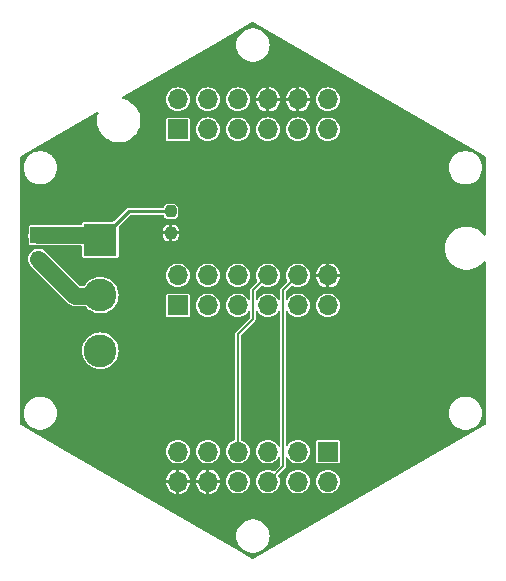
<source format=gbr>
%TF.GenerationSoftware,KiCad,Pcbnew,7.0.5*%
%TF.CreationDate,2024-01-18T17:38:35-05:00*%
%TF.ProjectId,CONN,434f4e4e-2e6b-4696-9361-645f70636258,rev?*%
%TF.SameCoordinates,Original*%
%TF.FileFunction,Copper,L2,Bot*%
%TF.FilePolarity,Positive*%
%FSLAX46Y46*%
G04 Gerber Fmt 4.6, Leading zero omitted, Abs format (unit mm)*
G04 Created by KiCad (PCBNEW 7.0.5) date 2024-01-18 17:38:35*
%MOMM*%
%LPD*%
G01*
G04 APERTURE LIST*
G04 Aperture macros list*
%AMRoundRect*
0 Rectangle with rounded corners*
0 $1 Rounding radius*
0 $2 $3 $4 $5 $6 $7 $8 $9 X,Y pos of 4 corners*
0 Add a 4 corners polygon primitive as box body*
4,1,4,$2,$3,$4,$5,$6,$7,$8,$9,$2,$3,0*
0 Add four circle primitives for the rounded corners*
1,1,$1+$1,$2,$3*
1,1,$1+$1,$4,$5*
1,1,$1+$1,$6,$7*
1,1,$1+$1,$8,$9*
0 Add four rect primitives between the rounded corners*
20,1,$1+$1,$2,$3,$4,$5,0*
20,1,$1+$1,$4,$5,$6,$7,0*
20,1,$1+$1,$6,$7,$8,$9,0*
20,1,$1+$1,$8,$9,$2,$3,0*%
G04 Aperture macros list end*
%TA.AperFunction,ComponentPad*%
%ADD10R,1.350000X1.350000*%
%TD*%
%TA.AperFunction,ComponentPad*%
%ADD11O,1.350000X1.350000*%
%TD*%
%TA.AperFunction,ComponentPad*%
%ADD12R,1.700000X1.700000*%
%TD*%
%TA.AperFunction,ComponentPad*%
%ADD13O,1.700000X1.700000*%
%TD*%
%TA.AperFunction,ComponentPad*%
%ADD14R,2.775000X2.775000*%
%TD*%
%TA.AperFunction,ComponentPad*%
%ADD15C,2.775000*%
%TD*%
%TA.AperFunction,SMDPad,CuDef*%
%ADD16RoundRect,0.237500X-0.237500X0.250000X-0.237500X-0.250000X0.237500X-0.250000X0.237500X0.250000X0*%
%TD*%
%TA.AperFunction,ViaPad*%
%ADD17C,0.660400*%
%TD*%
%TA.AperFunction,Conductor*%
%ADD18C,0.254000*%
%TD*%
%TA.AperFunction,Conductor*%
%ADD19C,1.397000*%
%TD*%
%TA.AperFunction,Conductor*%
%ADD20C,0.152400*%
%TD*%
G04 APERTURE END LIST*
D10*
%TO.P,J10,1,Pin_1*%
%TO.N,Net-(J10-Pin_1)*%
X131990000Y-95428621D03*
D11*
%TO.P,J10,2,Pin_2*%
%TO.N,Net-(J10-Pin_2)*%
X131990000Y-97428621D03*
%TD*%
D12*
%TO.P,J1,1,Pin_1*%
%TO.N,/VBAT*%
X143810000Y-86465599D03*
D13*
%TO.P,J1,2,Pin_2*%
%TO.N,/D8*%
X143810000Y-83925599D03*
%TO.P,J1,3,Pin_3*%
%TO.N,/A5*%
X146350000Y-86465599D03*
%TO.P,J1,4,Pin_4*%
%TO.N,/A3*%
X146350000Y-83925599D03*
%TO.P,J1,5,Pin_5*%
%TO.N,+5V*%
X148890000Y-86465599D03*
%TO.P,J1,6,Pin_6*%
%TO.N,/A2*%
X148890000Y-83925599D03*
%TO.P,J1,7,Pin_7*%
%TO.N,/RXD*%
X151430000Y-86465599D03*
%TO.P,J1,8,Pin_8*%
%TO.N,GND*%
X151430000Y-83925599D03*
%TO.P,J1,9,Pin_9*%
%TO.N,/BURN_EN*%
X153970000Y-86465599D03*
%TO.P,J1,10,Pin_10*%
%TO.N,GND*%
X153970000Y-83925599D03*
%TO.P,J1,11,Pin_11*%
%TO.N,/SDA*%
X156510000Y-86465599D03*
%TO.P,J1,12,Pin_12*%
%TO.N,/SCL*%
X156510000Y-83925599D03*
%TD*%
D14*
%TO.P,S1,1*%
%TO.N,Net-(J10-Pin_1)*%
X137240000Y-95804610D03*
D15*
%TO.P,S1,2*%
%TO.N,Net-(J10-Pin_2)*%
X137240000Y-100504610D03*
%TO.P,S1,3*%
%TO.N,unconnected-(S1-Pad3)*%
X137240000Y-105204610D03*
%TD*%
D12*
%TO.P,J2,1,Pin_1*%
%TO.N,/D12*%
X156510000Y-113743621D03*
D13*
%TO.P,J2,2,Pin_2*%
%TO.N,/D10*%
X156510000Y-116283621D03*
%TO.P,J2,3,Pin_3*%
%TO.N,/MOSI*%
X153970000Y-113743621D03*
%TO.P,J2,4,Pin_4*%
%TO.N,/D1*%
X153970000Y-116283621D03*
%TO.P,J2,5,Pin_5*%
%TO.N,/SCK*%
X151430000Y-113743621D03*
%TO.P,J2,6,Pin_6*%
%TO.N,/D3*%
X151430000Y-116283621D03*
%TO.P,J2,7,Pin_7*%
%TO.N,/D2*%
X148890000Y-113743621D03*
%TO.P,J2,8,Pin_8*%
%TO.N,/A4*%
X148890000Y-116283621D03*
%TO.P,J2,9,Pin_9*%
%TO.N,/MISO*%
X146350000Y-113743621D03*
%TO.P,J2,10,Pin_10*%
%TO.N,GND*%
X146350000Y-116283621D03*
%TO.P,J2,11,Pin_11*%
%TO.N,/BAT_BR*%
X143810000Y-113743621D03*
%TO.P,J2,12,Pin_12*%
%TO.N,GND*%
X143810000Y-116283621D03*
%TD*%
D12*
%TO.P,J3,1,Pin_1*%
%TO.N,/BAT_BR*%
X143810000Y-101373621D03*
D13*
%TO.P,J3,2,Pin_2*%
%TO.N,/A5*%
X143810000Y-98833621D03*
%TO.P,J3,3,Pin_3*%
%TO.N,/MISO*%
X146350000Y-101373621D03*
%TO.P,J3,4,Pin_4*%
%TO.N,/A2*%
X146350000Y-98833621D03*
%TO.P,J3,5,Pin_5*%
%TO.N,/A4*%
X148890000Y-101373621D03*
%TO.P,J3,6,Pin_6*%
%TO.N,/RXD*%
X148890000Y-98833621D03*
%TO.P,J3,7,Pin_7*%
%TO.N,/SCK*%
X151430000Y-101373621D03*
%TO.P,J3,8,Pin_8*%
%TO.N,/D2*%
X151430000Y-98833621D03*
%TO.P,J3,9,Pin_9*%
%TO.N,/MOSI*%
X153970000Y-101373621D03*
%TO.P,J3,10,Pin_10*%
%TO.N,/D3*%
X153970000Y-98833621D03*
%TO.P,J3,11,Pin_11*%
%TO.N,/D1*%
X156510000Y-101373621D03*
%TO.P,J3,12,Pin_12*%
%TO.N,GND*%
X156510000Y-98833621D03*
%TD*%
D16*
%TO.P,R1,1*%
%TO.N,Net-(J10-Pin_1)*%
X143210000Y-93398621D03*
%TO.P,R1,2*%
%TO.N,GND*%
X143210000Y-95223621D03*
%TD*%
D17*
%TO.N,GND*%
X150410000Y-91198621D03*
X158160000Y-97198621D03*
X142160000Y-100698621D03*
X152160000Y-118198621D03*
X140160000Y-100698621D03*
X162160000Y-87198621D03*
X154160000Y-89198621D03*
X156160000Y-95198621D03*
X132160000Y-102698621D03*
X166160000Y-93198621D03*
X164160000Y-109198621D03*
X160160000Y-89198621D03*
X163260000Y-99598621D03*
X150160000Y-82198621D03*
X142160000Y-106698621D03*
X150160000Y-105198621D03*
X164160000Y-105198621D03*
X150410000Y-95198621D03*
X156160000Y-111198621D03*
X152160000Y-89198621D03*
X136160000Y-89198621D03*
X158160000Y-93198621D03*
X160160000Y-111198621D03*
X156160000Y-97198621D03*
X141010000Y-92048621D03*
X164160000Y-91198621D03*
X166160000Y-101198621D03*
X140160000Y-111198621D03*
X142160000Y-108698621D03*
X152160000Y-95198621D03*
X150410000Y-89198621D03*
X160160000Y-91198621D03*
X162160000Y-95198621D03*
X136160000Y-113198621D03*
X160160000Y-95198621D03*
X158160000Y-111198621D03*
X166160000Y-105198621D03*
X162160000Y-109198621D03*
X156160000Y-103198621D03*
X154160000Y-80198621D03*
X146160000Y-82198621D03*
X145160000Y-89198621D03*
X146160000Y-80198621D03*
X145160000Y-91198621D03*
X152160000Y-93198621D03*
X154160000Y-93198621D03*
X146160000Y-118198621D03*
X156160000Y-82198621D03*
X162160000Y-105198621D03*
X166160000Y-103198621D03*
X168160000Y-99198621D03*
X136160000Y-87198621D03*
X138160000Y-102698621D03*
X148410000Y-91198621D03*
X160160000Y-97198621D03*
X138160000Y-111198621D03*
X154160000Y-82198621D03*
X142160000Y-104698621D03*
X140160000Y-96198621D03*
X162160000Y-111198621D03*
X158160000Y-103198621D03*
X162160000Y-113198621D03*
X136160000Y-111198621D03*
X148410000Y-93198621D03*
X166160000Y-99198621D03*
X154160000Y-119698621D03*
X162160000Y-93198621D03*
X132160000Y-93198621D03*
X141660000Y-87198621D03*
X154160000Y-118198621D03*
X168160000Y-93198621D03*
X164160000Y-111198621D03*
X139510000Y-90248621D03*
X148160000Y-82198621D03*
X162160000Y-91198621D03*
X160160000Y-85198621D03*
X164160000Y-93198621D03*
X142160000Y-102698621D03*
X166160000Y-107198621D03*
X143160000Y-89198621D03*
X134160000Y-106698621D03*
X140160000Y-102698621D03*
X168160000Y-105198621D03*
X158160000Y-99198621D03*
X158160000Y-89198621D03*
X156160000Y-107198621D03*
X136160000Y-108698621D03*
X145160000Y-93198621D03*
X141660000Y-83698621D03*
X160160000Y-109198621D03*
X134160000Y-102698621D03*
X152160000Y-97198621D03*
X145160000Y-111198621D03*
X156160000Y-91198621D03*
X162160000Y-107198621D03*
X166160000Y-87198621D03*
X160160000Y-87198621D03*
X162160000Y-85198621D03*
X154160000Y-91198621D03*
X136160000Y-91198621D03*
X156160000Y-93198621D03*
X160160000Y-107198621D03*
X144160000Y-82198621D03*
X138160000Y-93198621D03*
X145160000Y-109198621D03*
X145160000Y-105198621D03*
X148160000Y-118198621D03*
X156160000Y-118198621D03*
X136160000Y-102698621D03*
X156160000Y-105198621D03*
X138160000Y-115198621D03*
X140160000Y-104698621D03*
X158160000Y-95198621D03*
X146160000Y-119698621D03*
X150160000Y-109198621D03*
X136160000Y-93198621D03*
X142160000Y-111198621D03*
X148410000Y-89198621D03*
X140160000Y-98198621D03*
X158160000Y-107198621D03*
X152160000Y-91198621D03*
X132160000Y-104698621D03*
X150410000Y-93198621D03*
X136160000Y-98198621D03*
X164160000Y-87198621D03*
X156160000Y-89198621D03*
X162160000Y-115198621D03*
X150160000Y-107198621D03*
X168160000Y-107198621D03*
X140160000Y-108698621D03*
X138160000Y-113198621D03*
X158160000Y-105198621D03*
X158160000Y-109198621D03*
X164160000Y-113198621D03*
X160160000Y-115198621D03*
X152160000Y-82198621D03*
X150160000Y-118198621D03*
X156160000Y-109198621D03*
X132160000Y-100698621D03*
X134160000Y-104698621D03*
X168160000Y-103198621D03*
X140160000Y-113198621D03*
X160160000Y-99198621D03*
X148410000Y-95198621D03*
X164160000Y-107198621D03*
X154160000Y-97198621D03*
X144160000Y-118198621D03*
X145160000Y-95198621D03*
X150160000Y-111198621D03*
X158160000Y-91198621D03*
X160160000Y-93198621D03*
X164160000Y-89198621D03*
X134160000Y-93198621D03*
X140160000Y-106698621D03*
X168160000Y-101198621D03*
X145160000Y-107198621D03*
X138160000Y-98198621D03*
X162160000Y-89198621D03*
X140160000Y-115198621D03*
X154160000Y-95198621D03*
X138160000Y-108698621D03*
X132160000Y-106698621D03*
X158160000Y-101198621D03*
X160160000Y-105198621D03*
X160160000Y-113198621D03*
X142160000Y-98198621D03*
%TD*%
D18*
%TO.N,Net-(J10-Pin_1)*%
X139645989Y-93398621D02*
X143210000Y-93398621D01*
D19*
X136800000Y-95428621D02*
X137240000Y-95868621D01*
X131990000Y-95428621D02*
X136800000Y-95428621D01*
D18*
X137240000Y-95804610D02*
X139645989Y-93398621D01*
D20*
%TO.N,/D3*%
X151430000Y-116283621D02*
X152710000Y-115003621D01*
X152710000Y-100093621D02*
X153970000Y-98833621D01*
X152710000Y-115003621D02*
X152710000Y-100093621D01*
%TO.N,/D2*%
X150160000Y-100103621D02*
X151430000Y-98833621D01*
X148890000Y-103768621D02*
X150160000Y-102498621D01*
X150160000Y-102498621D02*
X150160000Y-100103621D01*
X148890000Y-113743621D02*
X148890000Y-103768621D01*
D19*
%TO.N,Net-(J10-Pin_2)*%
X135130000Y-100568621D02*
X131990000Y-97428621D01*
X137240000Y-100568621D02*
X135130000Y-100568621D01*
%TD*%
%TA.AperFunction,Conductor*%
%TO.N,GND*%
G36*
X150203946Y-77388502D02*
G01*
X169810750Y-88708494D01*
X169849399Y-88754554D01*
X169854700Y-88784618D01*
X169854700Y-95369390D01*
X169834135Y-95425891D01*
X169782064Y-95455955D01*
X169722850Y-95445514D01*
X169698077Y-95424195D01*
X169664630Y-95382254D01*
X169581609Y-95278149D01*
X169380989Y-95092001D01*
X169380985Y-95091998D01*
X169380981Y-95091995D01*
X169154863Y-94937830D01*
X169154864Y-94937830D01*
X168908293Y-94819089D01*
X168908290Y-94819088D01*
X168646771Y-94738420D01*
X168646767Y-94738419D01*
X168646766Y-94738419D01*
X168376151Y-94697630D01*
X168376149Y-94697630D01*
X168102471Y-94697630D01*
X168102468Y-94697630D01*
X167831853Y-94738419D01*
X167831850Y-94738419D01*
X167831849Y-94738420D01*
X167701089Y-94778753D01*
X167570326Y-94819089D01*
X167323757Y-94937830D01*
X167097637Y-95091995D01*
X167097628Y-95092003D01*
X166897013Y-95278146D01*
X166726377Y-95492116D01*
X166589536Y-95729131D01*
X166589535Y-95729132D01*
X166489551Y-95983890D01*
X166489549Y-95983895D01*
X166428652Y-96250702D01*
X166428650Y-96250710D01*
X166408199Y-96523618D01*
X166408199Y-96523623D01*
X166428650Y-96796531D01*
X166428651Y-96796534D01*
X166489550Y-97063350D01*
X166500088Y-97090200D01*
X166589535Y-97318109D01*
X166589536Y-97318110D01*
X166726375Y-97555123D01*
X166873023Y-97739012D01*
X166897013Y-97769095D01*
X167097628Y-97955238D01*
X167097637Y-97955246D01*
X167259167Y-98065374D01*
X167323755Y-98109410D01*
X167323757Y-98109411D01*
X167323756Y-98109411D01*
X167539634Y-98213371D01*
X167570330Y-98228154D01*
X167831849Y-98308822D01*
X168102471Y-98349612D01*
X168102476Y-98349612D01*
X168376144Y-98349612D01*
X168376149Y-98349612D01*
X168646771Y-98308822D01*
X168908290Y-98228154D01*
X169154866Y-98109410D01*
X169380989Y-97955241D01*
X169581609Y-97769093D01*
X169698078Y-97623044D01*
X169749383Y-97591694D01*
X169808839Y-97600655D01*
X169848624Y-97645738D01*
X169854700Y-97677851D01*
X169854700Y-111424599D01*
X169834135Y-111481100D01*
X169810750Y-111500723D01*
X150203949Y-122820715D01*
X150144735Y-122831156D01*
X150116049Y-122820715D01*
X149138254Y-122256185D01*
X146770601Y-120889220D01*
X148749884Y-120889220D01*
X148769115Y-121121316D01*
X148769116Y-121121322D01*
X148826286Y-121347080D01*
X148826289Y-121347088D01*
X148897987Y-121510541D01*
X148919840Y-121560361D01*
X148919844Y-121560367D01*
X149047215Y-121755325D01*
X149047216Y-121755327D01*
X149047220Y-121755331D01*
X149204954Y-121926676D01*
X149388740Y-122069722D01*
X149593563Y-122180567D01*
X149813837Y-122256187D01*
X149813839Y-122256187D01*
X149813841Y-122256188D01*
X150043550Y-122294520D01*
X150043554Y-122294520D01*
X150276450Y-122294520D01*
X150506158Y-122256188D01*
X150506158Y-122256187D01*
X150506163Y-122256187D01*
X150726437Y-122180567D01*
X150931260Y-122069722D01*
X151115046Y-121926676D01*
X151272780Y-121755331D01*
X151400160Y-121560361D01*
X151493712Y-121347084D01*
X151550884Y-121121317D01*
X151570116Y-120889220D01*
X151550884Y-120657123D01*
X151550883Y-120657117D01*
X151493713Y-120431359D01*
X151493710Y-120431351D01*
X151400164Y-120218089D01*
X151400160Y-120218079D01*
X151319435Y-120094520D01*
X151272784Y-120023114D01*
X151272783Y-120023112D01*
X151115050Y-119851768D01*
X151115048Y-119851767D01*
X151115046Y-119851764D01*
X150931260Y-119708718D01*
X150726437Y-119597873D01*
X150726433Y-119597871D01*
X150726430Y-119597870D01*
X150506167Y-119522254D01*
X150506158Y-119522251D01*
X150276450Y-119483920D01*
X150276446Y-119483920D01*
X150043554Y-119483920D01*
X150043550Y-119483920D01*
X149813841Y-119522251D01*
X149813832Y-119522254D01*
X149593569Y-119597870D01*
X149388740Y-119708718D01*
X149204949Y-119851768D01*
X149047216Y-120023112D01*
X149047215Y-120023114D01*
X148919844Y-120218072D01*
X148919835Y-120218089D01*
X148826289Y-120431351D01*
X148826286Y-120431359D01*
X148769116Y-120657117D01*
X148769115Y-120657123D01*
X148749884Y-120889220D01*
X146770601Y-120889220D01*
X139013441Y-116410621D01*
X142789735Y-116410621D01*
X142797072Y-116485109D01*
X142855842Y-116678846D01*
X142855844Y-116678849D01*
X142951281Y-116857399D01*
X143079717Y-117013899D01*
X143079721Y-117013903D01*
X143236221Y-117142339D01*
X143414771Y-117237776D01*
X143414774Y-117237778D01*
X143608515Y-117296550D01*
X143683000Y-117303884D01*
X143683000Y-116770502D01*
X143774237Y-116783621D01*
X143845763Y-116783621D01*
X143937000Y-116770502D01*
X143937000Y-117303884D01*
X144011484Y-117296550D01*
X144205225Y-117237778D01*
X144205228Y-117237776D01*
X144383778Y-117142339D01*
X144540278Y-117013903D01*
X144540282Y-117013899D01*
X144668718Y-116857399D01*
X144764155Y-116678849D01*
X144764157Y-116678846D01*
X144822927Y-116485109D01*
X144830265Y-116410621D01*
X145329735Y-116410621D01*
X145337072Y-116485109D01*
X145395842Y-116678846D01*
X145395844Y-116678849D01*
X145491281Y-116857399D01*
X145619717Y-117013899D01*
X145619721Y-117013903D01*
X145776221Y-117142339D01*
X145954771Y-117237776D01*
X145954774Y-117237778D01*
X146148515Y-117296550D01*
X146223000Y-117303884D01*
X146223000Y-116770502D01*
X146314237Y-116783621D01*
X146385763Y-116783621D01*
X146477000Y-116770502D01*
X146477000Y-117303884D01*
X146551484Y-117296550D01*
X146745225Y-117237778D01*
X146745228Y-117237776D01*
X146923778Y-117142339D01*
X147080278Y-117013903D01*
X147080282Y-117013899D01*
X147208718Y-116857399D01*
X147304155Y-116678849D01*
X147304157Y-116678846D01*
X147362927Y-116485109D01*
X147370265Y-116410621D01*
X146833818Y-116410621D01*
X146850000Y-116355510D01*
X146850000Y-116283621D01*
X147882247Y-116283621D01*
X147901612Y-116480230D01*
X147958957Y-116669269D01*
X147958958Y-116669271D01*
X148052084Y-116843499D01*
X148177411Y-116996210D01*
X148330122Y-117121537D01*
X148504350Y-117214663D01*
X148693397Y-117272010D01*
X148890000Y-117291374D01*
X149086603Y-117272010D01*
X149275650Y-117214663D01*
X149449878Y-117121537D01*
X149602589Y-116996210D01*
X149727916Y-116843499D01*
X149821042Y-116669271D01*
X149878389Y-116480224D01*
X149897753Y-116283621D01*
X149878389Y-116087018D01*
X149821042Y-115897971D01*
X149727916Y-115723743D01*
X149602589Y-115571032D01*
X149449878Y-115445705D01*
X149275650Y-115352579D01*
X149275649Y-115352578D01*
X149275648Y-115352578D01*
X149086609Y-115295233D01*
X149086604Y-115295232D01*
X149086603Y-115295232D01*
X148890000Y-115275868D01*
X148889999Y-115275868D01*
X148842657Y-115280530D01*
X148693397Y-115295232D01*
X148693395Y-115295232D01*
X148693390Y-115295233D01*
X148504351Y-115352578D01*
X148330121Y-115445705D01*
X148177413Y-115571030D01*
X148177409Y-115571034D01*
X148052084Y-115723742D01*
X147958957Y-115897972D01*
X147901612Y-116087011D01*
X147882247Y-116283621D01*
X146850000Y-116283621D01*
X146850000Y-116211732D01*
X146833818Y-116156621D01*
X147370264Y-116156621D01*
X147362927Y-116082132D01*
X147304157Y-115888395D01*
X147304155Y-115888392D01*
X147208718Y-115709842D01*
X147080282Y-115553342D01*
X147080278Y-115553338D01*
X146923778Y-115424902D01*
X146745228Y-115329465D01*
X146745225Y-115329463D01*
X146551488Y-115270693D01*
X146477000Y-115263356D01*
X146477000Y-115796739D01*
X146385763Y-115783621D01*
X146314237Y-115783621D01*
X146223000Y-115796739D01*
X146223000Y-115263356D01*
X146148511Y-115270693D01*
X145954774Y-115329463D01*
X145954771Y-115329465D01*
X145776221Y-115424902D01*
X145619721Y-115553338D01*
X145619717Y-115553342D01*
X145491281Y-115709842D01*
X145395844Y-115888392D01*
X145395842Y-115888395D01*
X145337072Y-116082132D01*
X145329735Y-116156621D01*
X145866182Y-116156621D01*
X145850000Y-116211732D01*
X145850000Y-116355510D01*
X145866182Y-116410621D01*
X145329735Y-116410621D01*
X144830265Y-116410621D01*
X144293818Y-116410621D01*
X144310000Y-116355510D01*
X144310000Y-116211732D01*
X144293818Y-116156621D01*
X144830264Y-116156621D01*
X144822927Y-116082132D01*
X144764157Y-115888395D01*
X144764155Y-115888392D01*
X144668718Y-115709842D01*
X144540282Y-115553342D01*
X144540278Y-115553338D01*
X144383778Y-115424902D01*
X144205228Y-115329465D01*
X144205225Y-115329463D01*
X144011488Y-115270693D01*
X143937000Y-115263356D01*
X143937000Y-115796739D01*
X143845763Y-115783621D01*
X143774237Y-115783621D01*
X143683000Y-115796739D01*
X143683000Y-115263356D01*
X143608511Y-115270693D01*
X143414774Y-115329463D01*
X143414771Y-115329465D01*
X143236221Y-115424902D01*
X143079721Y-115553338D01*
X143079717Y-115553342D01*
X142951281Y-115709842D01*
X142855844Y-115888392D01*
X142855842Y-115888395D01*
X142797072Y-116082132D01*
X142789735Y-116156621D01*
X143326182Y-116156621D01*
X143310000Y-116211732D01*
X143310000Y-116355510D01*
X143326182Y-116410621D01*
X142789735Y-116410621D01*
X139013441Y-116410621D01*
X134394061Y-113743621D01*
X142802247Y-113743621D01*
X142821612Y-113940230D01*
X142878957Y-114129269D01*
X142878958Y-114129271D01*
X142972084Y-114303499D01*
X143097411Y-114456210D01*
X143250122Y-114581537D01*
X143424350Y-114674663D01*
X143613397Y-114732010D01*
X143810000Y-114751374D01*
X144006603Y-114732010D01*
X144195650Y-114674663D01*
X144369878Y-114581537D01*
X144522589Y-114456210D01*
X144647916Y-114303499D01*
X144741042Y-114129271D01*
X144798389Y-113940224D01*
X144817753Y-113743621D01*
X145342247Y-113743621D01*
X145361612Y-113940230D01*
X145418957Y-114129269D01*
X145418958Y-114129271D01*
X145512084Y-114303499D01*
X145637411Y-114456210D01*
X145790122Y-114581537D01*
X145964350Y-114674663D01*
X146153397Y-114732010D01*
X146350000Y-114751374D01*
X146546603Y-114732010D01*
X146735650Y-114674663D01*
X146909878Y-114581537D01*
X147062589Y-114456210D01*
X147187916Y-114303499D01*
X147281042Y-114129271D01*
X147338389Y-113940224D01*
X147357753Y-113743621D01*
X147357753Y-113743620D01*
X147882247Y-113743620D01*
X147901612Y-113940230D01*
X147958957Y-114129269D01*
X147958958Y-114129271D01*
X148052084Y-114303499D01*
X148177411Y-114456210D01*
X148330122Y-114581537D01*
X148504350Y-114674663D01*
X148693397Y-114732010D01*
X148890000Y-114751374D01*
X149086603Y-114732010D01*
X149275650Y-114674663D01*
X149449878Y-114581537D01*
X149602589Y-114456210D01*
X149727916Y-114303499D01*
X149821042Y-114129271D01*
X149878389Y-113940224D01*
X149897753Y-113743621D01*
X149878389Y-113547018D01*
X149821042Y-113357971D01*
X149727916Y-113183743D01*
X149602589Y-113031032D01*
X149449878Y-112905705D01*
X149275650Y-112812579D01*
X149181483Y-112784013D01*
X149133385Y-112747932D01*
X149119100Y-112699898D01*
X149119100Y-103899926D01*
X149139665Y-103843425D01*
X149144845Y-103837771D01*
X149381034Y-103601582D01*
X150316965Y-102665650D01*
X150318598Y-102664101D01*
X150349486Y-102636291D01*
X150359145Y-102614594D01*
X150365719Y-102602485D01*
X150378661Y-102582558D01*
X150379749Y-102575681D01*
X150386265Y-102553683D01*
X150389100Y-102547318D01*
X150389100Y-102523568D01*
X150390182Y-102509817D01*
X150393897Y-102486363D01*
X150393896Y-102486359D01*
X150393896Y-102486357D01*
X150392095Y-102479635D01*
X150389100Y-102456887D01*
X150389100Y-101904658D01*
X150409665Y-101848157D01*
X150461736Y-101818093D01*
X150520950Y-101828534D01*
X150554519Y-101863220D01*
X150592084Y-101933499D01*
X150717411Y-102086210D01*
X150870122Y-102211537D01*
X151044350Y-102304663D01*
X151233397Y-102362010D01*
X151430000Y-102381374D01*
X151626603Y-102362010D01*
X151815650Y-102304663D01*
X151989878Y-102211537D01*
X152142589Y-102086210D01*
X152267916Y-101933499D01*
X152315479Y-101844513D01*
X152360250Y-101804378D01*
X152420345Y-101802410D01*
X152467645Y-101839532D01*
X152480900Y-101885949D01*
X152480900Y-113231292D01*
X152460335Y-113287793D01*
X152408264Y-113317857D01*
X152349050Y-113307416D01*
X152315479Y-113272728D01*
X152267915Y-113183742D01*
X152142589Y-113031032D01*
X151989878Y-112905705D01*
X151815650Y-112812579D01*
X151815649Y-112812578D01*
X151815648Y-112812578D01*
X151626609Y-112755233D01*
X151626604Y-112755232D01*
X151626603Y-112755232D01*
X151430000Y-112735868D01*
X151429999Y-112735868D01*
X151382657Y-112740530D01*
X151233397Y-112755232D01*
X151233395Y-112755232D01*
X151233390Y-112755233D01*
X151044351Y-112812578D01*
X150870121Y-112905705D01*
X150717413Y-113031030D01*
X150717409Y-113031034D01*
X150592084Y-113183742D01*
X150498957Y-113357972D01*
X150441612Y-113547011D01*
X150422247Y-113743620D01*
X150441612Y-113940230D01*
X150498957Y-114129269D01*
X150498958Y-114129271D01*
X150592084Y-114303499D01*
X150717411Y-114456210D01*
X150870122Y-114581537D01*
X151044350Y-114674663D01*
X151233397Y-114732010D01*
X151430000Y-114751374D01*
X151626603Y-114732010D01*
X151815650Y-114674663D01*
X151989878Y-114581537D01*
X152142589Y-114456210D01*
X152267916Y-114303499D01*
X152315479Y-114214513D01*
X152360250Y-114174378D01*
X152420345Y-114172410D01*
X152467645Y-114209532D01*
X152480900Y-114255949D01*
X152480900Y-114872314D01*
X152460335Y-114928815D01*
X152455155Y-114934469D01*
X152006024Y-115383599D01*
X151951530Y-115409010D01*
X151902434Y-115398965D01*
X151815652Y-115352579D01*
X151815648Y-115352578D01*
X151626609Y-115295233D01*
X151626604Y-115295232D01*
X151626603Y-115295232D01*
X151430000Y-115275868D01*
X151429999Y-115275868D01*
X151382657Y-115280530D01*
X151233397Y-115295232D01*
X151233395Y-115295232D01*
X151233390Y-115295233D01*
X151044351Y-115352578D01*
X150870121Y-115445705D01*
X150717413Y-115571030D01*
X150717409Y-115571034D01*
X150592084Y-115723742D01*
X150498957Y-115897972D01*
X150441612Y-116087011D01*
X150422247Y-116283621D01*
X150441612Y-116480230D01*
X150498957Y-116669269D01*
X150498958Y-116669271D01*
X150592084Y-116843499D01*
X150717411Y-116996210D01*
X150870122Y-117121537D01*
X151044350Y-117214663D01*
X151233397Y-117272010D01*
X151430000Y-117291374D01*
X151626603Y-117272010D01*
X151815650Y-117214663D01*
X151989878Y-117121537D01*
X152142589Y-116996210D01*
X152267916Y-116843499D01*
X152361042Y-116669271D01*
X152418389Y-116480224D01*
X152437753Y-116283621D01*
X152962247Y-116283621D01*
X152981612Y-116480230D01*
X153038957Y-116669269D01*
X153038958Y-116669271D01*
X153132084Y-116843499D01*
X153257411Y-116996210D01*
X153410122Y-117121537D01*
X153584350Y-117214663D01*
X153773397Y-117272010D01*
X153970000Y-117291374D01*
X154166603Y-117272010D01*
X154355650Y-117214663D01*
X154529878Y-117121537D01*
X154682589Y-116996210D01*
X154807916Y-116843499D01*
X154901042Y-116669271D01*
X154958389Y-116480224D01*
X154977753Y-116283621D01*
X155502247Y-116283621D01*
X155521612Y-116480230D01*
X155578957Y-116669269D01*
X155578958Y-116669271D01*
X155672084Y-116843499D01*
X155797411Y-116996210D01*
X155950122Y-117121537D01*
X156124350Y-117214663D01*
X156313397Y-117272010D01*
X156510000Y-117291374D01*
X156706603Y-117272010D01*
X156895650Y-117214663D01*
X157069878Y-117121537D01*
X157222589Y-116996210D01*
X157347916Y-116843499D01*
X157441042Y-116669271D01*
X157498389Y-116480224D01*
X157517753Y-116283621D01*
X157498389Y-116087018D01*
X157441042Y-115897971D01*
X157347916Y-115723743D01*
X157222589Y-115571032D01*
X157069878Y-115445705D01*
X156895650Y-115352579D01*
X156895649Y-115352578D01*
X156895648Y-115352578D01*
X156706609Y-115295233D01*
X156706604Y-115295232D01*
X156706603Y-115295232D01*
X156510000Y-115275868D01*
X156509999Y-115275868D01*
X156462657Y-115280530D01*
X156313397Y-115295232D01*
X156313395Y-115295232D01*
X156313390Y-115295233D01*
X156124351Y-115352578D01*
X155950121Y-115445705D01*
X155797413Y-115571030D01*
X155797409Y-115571034D01*
X155672084Y-115723742D01*
X155578957Y-115897972D01*
X155521612Y-116087011D01*
X155502247Y-116283621D01*
X154977753Y-116283621D01*
X154958389Y-116087018D01*
X154901042Y-115897971D01*
X154807916Y-115723743D01*
X154682589Y-115571032D01*
X154529878Y-115445705D01*
X154355650Y-115352579D01*
X154355649Y-115352578D01*
X154355648Y-115352578D01*
X154166609Y-115295233D01*
X154166604Y-115295232D01*
X154166603Y-115295232D01*
X153970000Y-115275868D01*
X153773397Y-115295232D01*
X153773395Y-115295232D01*
X153773390Y-115295233D01*
X153584351Y-115352578D01*
X153410121Y-115445705D01*
X153257413Y-115571030D01*
X153257409Y-115571034D01*
X153132084Y-115723742D01*
X153038957Y-115897972D01*
X152981612Y-116087011D01*
X152962247Y-116283621D01*
X152437753Y-116283621D01*
X152418389Y-116087018D01*
X152361042Y-115897971D01*
X152314653Y-115811183D01*
X152306156Y-115751663D01*
X152330018Y-115707597D01*
X152866965Y-115170650D01*
X152868598Y-115169101D01*
X152899486Y-115141291D01*
X152909145Y-115119594D01*
X152915719Y-115107485D01*
X152928661Y-115087558D01*
X152929749Y-115080681D01*
X152936265Y-115058683D01*
X152939100Y-115052318D01*
X152939100Y-115028568D01*
X152940182Y-115014817D01*
X152943897Y-114991363D01*
X152943896Y-114991359D01*
X152943896Y-114991357D01*
X152942095Y-114984635D01*
X152939100Y-114961887D01*
X152939100Y-114293367D01*
X152959665Y-114236866D01*
X153011736Y-114206802D01*
X153070950Y-114217243D01*
X153104520Y-114251930D01*
X153132084Y-114303499D01*
X153257411Y-114456210D01*
X153410122Y-114581537D01*
X153584350Y-114674663D01*
X153773397Y-114732010D01*
X153970000Y-114751374D01*
X154166603Y-114732010D01*
X154355650Y-114674663D01*
X154479098Y-114608679D01*
X155507100Y-114608679D01*
X155515972Y-114653279D01*
X155549766Y-114703855D01*
X155566701Y-114715171D01*
X155600341Y-114737649D01*
X155607741Y-114739120D01*
X155644943Y-114746521D01*
X157375056Y-114746520D01*
X157375058Y-114746520D01*
X157387750Y-114743995D01*
X157419658Y-114737649D01*
X157470234Y-114703855D01*
X157504028Y-114653279D01*
X157512900Y-114608678D01*
X157512899Y-112878565D01*
X157512899Y-112878564D01*
X157512899Y-112878562D01*
X157509111Y-112859523D01*
X157504028Y-112833963D01*
X157470234Y-112783387D01*
X157470002Y-112783232D01*
X157419658Y-112749592D01*
X157382456Y-112742192D01*
X157375057Y-112740721D01*
X157375056Y-112740721D01*
X155644941Y-112740721D01*
X155600341Y-112749593D01*
X155549767Y-112783386D01*
X155549764Y-112783389D01*
X155515971Y-112833962D01*
X155507100Y-112878564D01*
X155507100Y-114608679D01*
X154479098Y-114608679D01*
X154529878Y-114581537D01*
X154682589Y-114456210D01*
X154807916Y-114303499D01*
X154901042Y-114129271D01*
X154958389Y-113940224D01*
X154977753Y-113743621D01*
X154958389Y-113547018D01*
X154901042Y-113357971D01*
X154807916Y-113183743D01*
X154682589Y-113031032D01*
X154529878Y-112905705D01*
X154355650Y-112812579D01*
X154355649Y-112812578D01*
X154355648Y-112812578D01*
X154166609Y-112755233D01*
X154166604Y-112755232D01*
X154166603Y-112755232D01*
X153970000Y-112735868D01*
X153773397Y-112755232D01*
X153773395Y-112755232D01*
X153773390Y-112755233D01*
X153584351Y-112812578D01*
X153410121Y-112905705D01*
X153257413Y-113031030D01*
X153257409Y-113031034D01*
X153132084Y-113183742D01*
X153104521Y-113235310D01*
X153059750Y-113275445D01*
X152999655Y-113277412D01*
X152952355Y-113240291D01*
X152939100Y-113193874D01*
X152939100Y-110496914D01*
X166749884Y-110496914D01*
X166769115Y-110729011D01*
X166769116Y-110729017D01*
X166826286Y-110954775D01*
X166826289Y-110954783D01*
X166897987Y-111118236D01*
X166919840Y-111168056D01*
X166919844Y-111168062D01*
X167047215Y-111363020D01*
X167047216Y-111363022D01*
X167173979Y-111500724D01*
X167204954Y-111534371D01*
X167388740Y-111677417D01*
X167593563Y-111788262D01*
X167813837Y-111863882D01*
X167813839Y-111863882D01*
X167813841Y-111863883D01*
X168043550Y-111902215D01*
X168043554Y-111902215D01*
X168276450Y-111902215D01*
X168506158Y-111863883D01*
X168506158Y-111863882D01*
X168506163Y-111863882D01*
X168726437Y-111788262D01*
X168931260Y-111677417D01*
X169115046Y-111534371D01*
X169272780Y-111363026D01*
X169400160Y-111168056D01*
X169493712Y-110954779D01*
X169550884Y-110729012D01*
X169570116Y-110496915D01*
X169550884Y-110264818D01*
X169550883Y-110264812D01*
X169493713Y-110039054D01*
X169493710Y-110039046D01*
X169400164Y-109825784D01*
X169400160Y-109825774D01*
X169319435Y-109702215D01*
X169272784Y-109630809D01*
X169272783Y-109630807D01*
X169115050Y-109459463D01*
X169115048Y-109459462D01*
X169115046Y-109459459D01*
X168931260Y-109316413D01*
X168726437Y-109205568D01*
X168726433Y-109205566D01*
X168726430Y-109205565D01*
X168506167Y-109129949D01*
X168506158Y-109129946D01*
X168276450Y-109091615D01*
X168276446Y-109091615D01*
X168043554Y-109091615D01*
X168043550Y-109091615D01*
X167813841Y-109129946D01*
X167813832Y-109129949D01*
X167593569Y-109205565D01*
X167388740Y-109316413D01*
X167204949Y-109459463D01*
X167047216Y-109630807D01*
X167047215Y-109630809D01*
X166919844Y-109825767D01*
X166919835Y-109825784D01*
X166826289Y-110039046D01*
X166826286Y-110039054D01*
X166769116Y-110264812D01*
X166769115Y-110264818D01*
X166749884Y-110496914D01*
X152939100Y-110496914D01*
X152939100Y-101923367D01*
X152959665Y-101866866D01*
X153011736Y-101836802D01*
X153070950Y-101847243D01*
X153104520Y-101881930D01*
X153132084Y-101933499D01*
X153257411Y-102086210D01*
X153410122Y-102211537D01*
X153584350Y-102304663D01*
X153773397Y-102362010D01*
X153970000Y-102381374D01*
X154166603Y-102362010D01*
X154355650Y-102304663D01*
X154529878Y-102211537D01*
X154682589Y-102086210D01*
X154807916Y-101933499D01*
X154901042Y-101759271D01*
X154958389Y-101570224D01*
X154977753Y-101373621D01*
X155502247Y-101373621D01*
X155521612Y-101570230D01*
X155577563Y-101754673D01*
X155578958Y-101759271D01*
X155672084Y-101933499D01*
X155797411Y-102086210D01*
X155950122Y-102211537D01*
X156124350Y-102304663D01*
X156313397Y-102362010D01*
X156510000Y-102381374D01*
X156706603Y-102362010D01*
X156895650Y-102304663D01*
X157069878Y-102211537D01*
X157222589Y-102086210D01*
X157347916Y-101933499D01*
X157441042Y-101759271D01*
X157498389Y-101570224D01*
X157517753Y-101373621D01*
X157498389Y-101177018D01*
X157441042Y-100987971D01*
X157347916Y-100813743D01*
X157222589Y-100661032D01*
X157069878Y-100535705D01*
X156895650Y-100442579D01*
X156895649Y-100442578D01*
X156895648Y-100442578D01*
X156706609Y-100385233D01*
X156706604Y-100385232D01*
X156706603Y-100385232D01*
X156510000Y-100365868D01*
X156509999Y-100365868D01*
X156462657Y-100370530D01*
X156313397Y-100385232D01*
X156313395Y-100385232D01*
X156313390Y-100385233D01*
X156124351Y-100442578D01*
X155950121Y-100535705D01*
X155797413Y-100661030D01*
X155797409Y-100661034D01*
X155672084Y-100813742D01*
X155578957Y-100987972D01*
X155521612Y-101177011D01*
X155521611Y-101177016D01*
X155521611Y-101177018D01*
X155505904Y-101336491D01*
X155502247Y-101373621D01*
X154977753Y-101373621D01*
X154958389Y-101177018D01*
X154901042Y-100987971D01*
X154807916Y-100813743D01*
X154682589Y-100661032D01*
X154529878Y-100535705D01*
X154355650Y-100442579D01*
X154355649Y-100442578D01*
X154355648Y-100442578D01*
X154166609Y-100385233D01*
X154166604Y-100385232D01*
X154166603Y-100385232D01*
X153970000Y-100365868D01*
X153773397Y-100385232D01*
X153773395Y-100385232D01*
X153773390Y-100385233D01*
X153584351Y-100442578D01*
X153410121Y-100535705D01*
X153257413Y-100661030D01*
X153257409Y-100661034D01*
X153132084Y-100813742D01*
X153104521Y-100865310D01*
X153059750Y-100905445D01*
X152999655Y-100907412D01*
X152952355Y-100870291D01*
X152939100Y-100823874D01*
X152939100Y-100224926D01*
X152959665Y-100168425D01*
X152964834Y-100162782D01*
X153393976Y-99733640D01*
X153448468Y-99708230D01*
X153497562Y-99718274D01*
X153584350Y-99764663D01*
X153773397Y-99822010D01*
X153970000Y-99841374D01*
X154166603Y-99822010D01*
X154355650Y-99764663D01*
X154529878Y-99671537D01*
X154682589Y-99546210D01*
X154807916Y-99393499D01*
X154901042Y-99219271D01*
X154958389Y-99030224D01*
X154965244Y-98960621D01*
X155489735Y-98960621D01*
X155497072Y-99035109D01*
X155555842Y-99228846D01*
X155555844Y-99228849D01*
X155651281Y-99407399D01*
X155779717Y-99563899D01*
X155779721Y-99563903D01*
X155936221Y-99692339D01*
X156114771Y-99787776D01*
X156114774Y-99787778D01*
X156308515Y-99846550D01*
X156383000Y-99853884D01*
X156383000Y-99320502D01*
X156474237Y-99333621D01*
X156545763Y-99333621D01*
X156637000Y-99320502D01*
X156637000Y-99853884D01*
X156711484Y-99846550D01*
X156905225Y-99787778D01*
X156905228Y-99787776D01*
X157083778Y-99692339D01*
X157240278Y-99563903D01*
X157240282Y-99563899D01*
X157368718Y-99407399D01*
X157464155Y-99228849D01*
X157464157Y-99228846D01*
X157522927Y-99035109D01*
X157530265Y-98960621D01*
X156993818Y-98960621D01*
X157010000Y-98905510D01*
X157010000Y-98761732D01*
X156993818Y-98706621D01*
X157530264Y-98706621D01*
X157522927Y-98632132D01*
X157464157Y-98438395D01*
X157464155Y-98438392D01*
X157368718Y-98259842D01*
X157240282Y-98103342D01*
X157240278Y-98103338D01*
X157083778Y-97974902D01*
X156905228Y-97879465D01*
X156905225Y-97879463D01*
X156711488Y-97820693D01*
X156637000Y-97813356D01*
X156637000Y-98346739D01*
X156545763Y-98333621D01*
X156474237Y-98333621D01*
X156383000Y-98346739D01*
X156383000Y-97813356D01*
X156308511Y-97820693D01*
X156114774Y-97879463D01*
X156114771Y-97879465D01*
X155936221Y-97974902D01*
X155779721Y-98103338D01*
X155779717Y-98103342D01*
X155651281Y-98259842D01*
X155555844Y-98438392D01*
X155555842Y-98438395D01*
X155497072Y-98632132D01*
X155489735Y-98706621D01*
X156026182Y-98706621D01*
X156010000Y-98761732D01*
X156010000Y-98905510D01*
X156026182Y-98960621D01*
X155489735Y-98960621D01*
X154965244Y-98960621D01*
X154977753Y-98833621D01*
X154958389Y-98637018D01*
X154901042Y-98447971D01*
X154807916Y-98273743D01*
X154682589Y-98121032D01*
X154529878Y-97995705D01*
X154355650Y-97902579D01*
X154355649Y-97902578D01*
X154355648Y-97902578D01*
X154166609Y-97845233D01*
X154166604Y-97845232D01*
X154166603Y-97845232D01*
X153970000Y-97825868D01*
X153773397Y-97845232D01*
X153773395Y-97845232D01*
X153773390Y-97845233D01*
X153584351Y-97902578D01*
X153410121Y-97995705D01*
X153257413Y-98121030D01*
X153257409Y-98121034D01*
X153132084Y-98273742D01*
X153038957Y-98447972D01*
X152981612Y-98637011D01*
X152962247Y-98833621D01*
X152981612Y-99030230D01*
X153038957Y-99219269D01*
X153085344Y-99306053D01*
X153093842Y-99365577D01*
X153069978Y-99409644D01*
X152553040Y-99926582D01*
X152551372Y-99928165D01*
X152520514Y-99955950D01*
X152520513Y-99955951D01*
X152520514Y-99955951D01*
X152510849Y-99977655D01*
X152504278Y-99989758D01*
X152501547Y-99993965D01*
X152491338Y-100009686D01*
X152490248Y-100016568D01*
X152483735Y-100038555D01*
X152480900Y-100044924D01*
X152480900Y-100068672D01*
X152479818Y-100082421D01*
X152476103Y-100105876D01*
X152476103Y-100105879D01*
X152477905Y-100112603D01*
X152480900Y-100135354D01*
X152480900Y-100861292D01*
X152460335Y-100917793D01*
X152408264Y-100947857D01*
X152349050Y-100937416D01*
X152315479Y-100902728D01*
X152267915Y-100813742D01*
X152142589Y-100661032D01*
X151989878Y-100535705D01*
X151815650Y-100442579D01*
X151815649Y-100442578D01*
X151815648Y-100442578D01*
X151626609Y-100385233D01*
X151626604Y-100385232D01*
X151626603Y-100385232D01*
X151430000Y-100365868D01*
X151233397Y-100385232D01*
X151233395Y-100385232D01*
X151233390Y-100385233D01*
X151044351Y-100442578D01*
X150870121Y-100535705D01*
X150717413Y-100661030D01*
X150717409Y-100661034D01*
X150592084Y-100813742D01*
X150554521Y-100884019D01*
X150509750Y-100924154D01*
X150449655Y-100926121D01*
X150402355Y-100889000D01*
X150389100Y-100842583D01*
X150389100Y-100234926D01*
X150409665Y-100178425D01*
X150414834Y-100172782D01*
X150853976Y-99733640D01*
X150908468Y-99708230D01*
X150957562Y-99718274D01*
X151044350Y-99764663D01*
X151233397Y-99822010D01*
X151430000Y-99841374D01*
X151626603Y-99822010D01*
X151815650Y-99764663D01*
X151989878Y-99671537D01*
X152142589Y-99546210D01*
X152267916Y-99393499D01*
X152361042Y-99219271D01*
X152418389Y-99030224D01*
X152437753Y-98833621D01*
X152418389Y-98637018D01*
X152361042Y-98447971D01*
X152267916Y-98273743D01*
X152142589Y-98121032D01*
X151989878Y-97995705D01*
X151815650Y-97902579D01*
X151815649Y-97902578D01*
X151815648Y-97902578D01*
X151626609Y-97845233D01*
X151626604Y-97845232D01*
X151626603Y-97845232D01*
X151430000Y-97825868D01*
X151429999Y-97825868D01*
X151382657Y-97830530D01*
X151233397Y-97845232D01*
X151233395Y-97845232D01*
X151233390Y-97845233D01*
X151044351Y-97902578D01*
X150870121Y-97995705D01*
X150717413Y-98121030D01*
X150717409Y-98121034D01*
X150592084Y-98273742D01*
X150498957Y-98447972D01*
X150441612Y-98637011D01*
X150422247Y-98833621D01*
X150441612Y-99030230D01*
X150498957Y-99219269D01*
X150545344Y-99306053D01*
X150553842Y-99365577D01*
X150529978Y-99409644D01*
X150003040Y-99936582D01*
X150001372Y-99938165D01*
X149970514Y-99965950D01*
X149970513Y-99965951D01*
X149970514Y-99965951D01*
X149960849Y-99987655D01*
X149954278Y-99999758D01*
X149947832Y-100009686D01*
X149941338Y-100019686D01*
X149940248Y-100026568D01*
X149933735Y-100048555D01*
X149930900Y-100054924D01*
X149930900Y-100078672D01*
X149929818Y-100092421D01*
X149926103Y-100115876D01*
X149926103Y-100115879D01*
X149927905Y-100122603D01*
X149930900Y-100145354D01*
X149930900Y-100842583D01*
X149910335Y-100899084D01*
X149858264Y-100929148D01*
X149799050Y-100918707D01*
X149765479Y-100884019D01*
X149727915Y-100813742D01*
X149602589Y-100661032D01*
X149449878Y-100535705D01*
X149275650Y-100442579D01*
X149275649Y-100442578D01*
X149275648Y-100442578D01*
X149086609Y-100385233D01*
X149086604Y-100385232D01*
X149086603Y-100385232D01*
X148890000Y-100365868D01*
X148889999Y-100365868D01*
X148842657Y-100370530D01*
X148693397Y-100385232D01*
X148693395Y-100385232D01*
X148693390Y-100385233D01*
X148504351Y-100442578D01*
X148330121Y-100535705D01*
X148177413Y-100661030D01*
X148177409Y-100661034D01*
X148052084Y-100813742D01*
X147958957Y-100987972D01*
X147901612Y-101177011D01*
X147901611Y-101177016D01*
X147901611Y-101177018D01*
X147885904Y-101336491D01*
X147882247Y-101373621D01*
X147901612Y-101570230D01*
X147957563Y-101754673D01*
X147958958Y-101759271D01*
X148052084Y-101933499D01*
X148177411Y-102086210D01*
X148330122Y-102211537D01*
X148504350Y-102304663D01*
X148693397Y-102362010D01*
X148890000Y-102381374D01*
X149086603Y-102362010D01*
X149275650Y-102304663D01*
X149449878Y-102211537D01*
X149602589Y-102086210D01*
X149727916Y-101933499D01*
X149765479Y-101863221D01*
X149810250Y-101823087D01*
X149870345Y-101821120D01*
X149917645Y-101858241D01*
X149930900Y-101904658D01*
X149930900Y-102367313D01*
X149910335Y-102423814D01*
X149905155Y-102429468D01*
X148733040Y-103601582D01*
X148731372Y-103603165D01*
X148700514Y-103630950D01*
X148700513Y-103630951D01*
X148700514Y-103630951D01*
X148690849Y-103652655D01*
X148684278Y-103664758D01*
X148675374Y-103678471D01*
X148671338Y-103684686D01*
X148670248Y-103691568D01*
X148663735Y-103713555D01*
X148660900Y-103719924D01*
X148660900Y-103743672D01*
X148659818Y-103757421D01*
X148656103Y-103780876D01*
X148656103Y-103780879D01*
X148657905Y-103787603D01*
X148660900Y-103810354D01*
X148660900Y-112699898D01*
X148640335Y-112756399D01*
X148598516Y-112784013D01*
X148504354Y-112812578D01*
X148504347Y-112812580D01*
X148330121Y-112905705D01*
X148177413Y-113031030D01*
X148177409Y-113031034D01*
X148052084Y-113183742D01*
X147958957Y-113357972D01*
X147901612Y-113547011D01*
X147882247Y-113743620D01*
X147357753Y-113743620D01*
X147338389Y-113547018D01*
X147281042Y-113357971D01*
X147187916Y-113183743D01*
X147062589Y-113031032D01*
X146909878Y-112905705D01*
X146735650Y-112812579D01*
X146735649Y-112812578D01*
X146735648Y-112812578D01*
X146546609Y-112755233D01*
X146546604Y-112755232D01*
X146546603Y-112755232D01*
X146350000Y-112735868D01*
X146153397Y-112755232D01*
X146153395Y-112755232D01*
X146153390Y-112755233D01*
X145964351Y-112812578D01*
X145790121Y-112905705D01*
X145637413Y-113031030D01*
X145637409Y-113031034D01*
X145512084Y-113183742D01*
X145418957Y-113357972D01*
X145361612Y-113547011D01*
X145342247Y-113743621D01*
X144817753Y-113743621D01*
X144798389Y-113547018D01*
X144741042Y-113357971D01*
X144647916Y-113183743D01*
X144522589Y-113031032D01*
X144369878Y-112905705D01*
X144195650Y-112812579D01*
X144195649Y-112812578D01*
X144195648Y-112812578D01*
X144006609Y-112755233D01*
X144006604Y-112755232D01*
X144006603Y-112755232D01*
X143810000Y-112735868D01*
X143613397Y-112755232D01*
X143613395Y-112755232D01*
X143613390Y-112755233D01*
X143424351Y-112812578D01*
X143250121Y-112905705D01*
X143097413Y-113031030D01*
X143097409Y-113031034D01*
X142972084Y-113183742D01*
X142878957Y-113357972D01*
X142821612Y-113547011D01*
X142802247Y-113743621D01*
X134394061Y-113743621D01*
X130509248Y-111500723D01*
X130470600Y-111454664D01*
X130465300Y-111424605D01*
X130465300Y-110496915D01*
X130749884Y-110496915D01*
X130769115Y-110729011D01*
X130769116Y-110729017D01*
X130826286Y-110954775D01*
X130826289Y-110954783D01*
X130897987Y-111118236D01*
X130919840Y-111168056D01*
X130919844Y-111168062D01*
X131047215Y-111363020D01*
X131047216Y-111363022D01*
X131173979Y-111500724D01*
X131204954Y-111534371D01*
X131388740Y-111677417D01*
X131593563Y-111788262D01*
X131813837Y-111863882D01*
X131813839Y-111863882D01*
X131813841Y-111863883D01*
X132043550Y-111902215D01*
X132043554Y-111902215D01*
X132276450Y-111902215D01*
X132506158Y-111863883D01*
X132506158Y-111863882D01*
X132506163Y-111863882D01*
X132726437Y-111788262D01*
X132931260Y-111677417D01*
X133115046Y-111534371D01*
X133272780Y-111363026D01*
X133400160Y-111168056D01*
X133493712Y-110954779D01*
X133550884Y-110729012D01*
X133570116Y-110496915D01*
X133550884Y-110264818D01*
X133550883Y-110264812D01*
X133493713Y-110039054D01*
X133493710Y-110039046D01*
X133400164Y-109825784D01*
X133400160Y-109825774D01*
X133319435Y-109702215D01*
X133272784Y-109630809D01*
X133272783Y-109630807D01*
X133115050Y-109459463D01*
X133115048Y-109459462D01*
X133115046Y-109459459D01*
X132931260Y-109316413D01*
X132726437Y-109205568D01*
X132726433Y-109205566D01*
X132726430Y-109205565D01*
X132506167Y-109129949D01*
X132506158Y-109129946D01*
X132276450Y-109091615D01*
X132276446Y-109091615D01*
X132043554Y-109091615D01*
X132043550Y-109091615D01*
X131813841Y-109129946D01*
X131813832Y-109129949D01*
X131593569Y-109205565D01*
X131388740Y-109316413D01*
X131204949Y-109459463D01*
X131047216Y-109630807D01*
X131047215Y-109630809D01*
X130919844Y-109825767D01*
X130919835Y-109825784D01*
X130826289Y-110039046D01*
X130826286Y-110039054D01*
X130769116Y-110264812D01*
X130769115Y-110264818D01*
X130749884Y-110496915D01*
X130465300Y-110496915D01*
X130465300Y-105204610D01*
X135694837Y-105204610D01*
X135713861Y-105446328D01*
X135713862Y-105446335D01*
X135770462Y-105682092D01*
X135863249Y-105906096D01*
X135863254Y-105906106D01*
X135989937Y-106112834D01*
X136147400Y-106297200D01*
X136147409Y-106297209D01*
X136294901Y-106423179D01*
X136331776Y-106454673D01*
X136538511Y-106581360D01*
X136687848Y-106643218D01*
X136762517Y-106674147D01*
X136998274Y-106730747D01*
X136998275Y-106730747D01*
X136998283Y-106730749D01*
X137219349Y-106748147D01*
X137239999Y-106749773D01*
X137239999Y-106749772D01*
X137240000Y-106749773D01*
X137481717Y-106730749D01*
X137717482Y-106674147D01*
X137941489Y-106581360D01*
X138148224Y-106454673D01*
X138332595Y-106297205D01*
X138490063Y-106112834D01*
X138616750Y-105906099D01*
X138709537Y-105682092D01*
X138766139Y-105446327D01*
X138785163Y-105204610D01*
X138766139Y-104962893D01*
X138709537Y-104727128D01*
X138616750Y-104503121D01*
X138490063Y-104296386D01*
X138458569Y-104259511D01*
X138332599Y-104112019D01*
X138332590Y-104112010D01*
X138148224Y-103954547D01*
X137941496Y-103827864D01*
X137941493Y-103827862D01*
X137941489Y-103827860D01*
X137897745Y-103809741D01*
X137717482Y-103735072D01*
X137481725Y-103678472D01*
X137481718Y-103678471D01*
X137240000Y-103659447D01*
X136998281Y-103678471D01*
X136998274Y-103678472D01*
X136762517Y-103735072D01*
X136538513Y-103827859D01*
X136538503Y-103827864D01*
X136331775Y-103954547D01*
X136147409Y-104112010D01*
X136147400Y-104112019D01*
X135989937Y-104296385D01*
X135863254Y-104503113D01*
X135863249Y-104503123D01*
X135770462Y-104727127D01*
X135713862Y-104962884D01*
X135713861Y-104962891D01*
X135694837Y-105204609D01*
X135694837Y-105204610D01*
X130465300Y-105204610D01*
X130465300Y-102238679D01*
X142807100Y-102238679D01*
X142815972Y-102283279D01*
X142849766Y-102333855D01*
X142866701Y-102345171D01*
X142900341Y-102367649D01*
X142907741Y-102369120D01*
X142944943Y-102376521D01*
X144675056Y-102376520D01*
X144675058Y-102376520D01*
X144687750Y-102373995D01*
X144719658Y-102367649D01*
X144770234Y-102333855D01*
X144804028Y-102283279D01*
X144812900Y-102238678D01*
X144812899Y-101373621D01*
X145342247Y-101373621D01*
X145361612Y-101570230D01*
X145417563Y-101754673D01*
X145418958Y-101759271D01*
X145512084Y-101933499D01*
X145637411Y-102086210D01*
X145790122Y-102211537D01*
X145964350Y-102304663D01*
X146153397Y-102362010D01*
X146350000Y-102381374D01*
X146546603Y-102362010D01*
X146735650Y-102304663D01*
X146909878Y-102211537D01*
X147062589Y-102086210D01*
X147187916Y-101933499D01*
X147281042Y-101759271D01*
X147338389Y-101570224D01*
X147357753Y-101373621D01*
X147338389Y-101177018D01*
X147281042Y-100987971D01*
X147187916Y-100813743D01*
X147062589Y-100661032D01*
X146909878Y-100535705D01*
X146735650Y-100442579D01*
X146735649Y-100442578D01*
X146735648Y-100442578D01*
X146546609Y-100385233D01*
X146546604Y-100385232D01*
X146546603Y-100385232D01*
X146350000Y-100365868D01*
X146153397Y-100385232D01*
X146153395Y-100385232D01*
X146153390Y-100385233D01*
X145964351Y-100442578D01*
X145790121Y-100535705D01*
X145637413Y-100661030D01*
X145637409Y-100661034D01*
X145512084Y-100813742D01*
X145418957Y-100987972D01*
X145361612Y-101177011D01*
X145361611Y-101177016D01*
X145361611Y-101177018D01*
X145345904Y-101336491D01*
X145342247Y-101373621D01*
X144812899Y-101373621D01*
X144812899Y-100508565D01*
X144812899Y-100508564D01*
X144812899Y-100508562D01*
X144809111Y-100489523D01*
X144804028Y-100463963D01*
X144770234Y-100413387D01*
X144770002Y-100413232D01*
X144719658Y-100379592D01*
X144682456Y-100372192D01*
X144675057Y-100370721D01*
X144675056Y-100370721D01*
X142944941Y-100370721D01*
X142900341Y-100379593D01*
X142849767Y-100413386D01*
X142849764Y-100413389D01*
X142815971Y-100463962D01*
X142807100Y-100508564D01*
X142807100Y-102238679D01*
X130465300Y-102238679D01*
X130465300Y-97451810D01*
X131133893Y-97451810D01*
X131133894Y-97451817D01*
X131158893Y-97635308D01*
X131158894Y-97635310D01*
X131222756Y-97809137D01*
X131322495Y-97965177D01*
X134502239Y-101144921D01*
X134504659Y-101147547D01*
X134541040Y-101190378D01*
X134605149Y-101239113D01*
X134606056Y-101239822D01*
X134668760Y-101290225D01*
X134671700Y-101291682D01*
X134685848Y-101300458D01*
X134688469Y-101302451D01*
X134761510Y-101336243D01*
X134762536Y-101336734D01*
X134834667Y-101372508D01*
X134837855Y-101373300D01*
X134853560Y-101378829D01*
X134856544Y-101380210D01*
X134935124Y-101397507D01*
X134936275Y-101397777D01*
X134967361Y-101405507D01*
X135014383Y-101417201D01*
X135017668Y-101417289D01*
X135034194Y-101419314D01*
X135037405Y-101420021D01*
X135117854Y-101420021D01*
X135119045Y-101420037D01*
X135128483Y-101420292D01*
X135199506Y-101422217D01*
X135199511Y-101422216D01*
X135202744Y-101421596D01*
X135219307Y-101420021D01*
X135955552Y-101420021D01*
X136012053Y-101440586D01*
X136022392Y-101450834D01*
X136147406Y-101597206D01*
X136147409Y-101597209D01*
X136294901Y-101723179D01*
X136331776Y-101754673D01*
X136538511Y-101881360D01*
X136687848Y-101943218D01*
X136762517Y-101974147D01*
X136998274Y-102030747D01*
X136998275Y-102030747D01*
X136998283Y-102030749D01*
X137240000Y-102049773D01*
X137481717Y-102030749D01*
X137717482Y-101974147D01*
X137941489Y-101881360D01*
X138148224Y-101754673D01*
X138332595Y-101597205D01*
X138490063Y-101412834D01*
X138616750Y-101206099D01*
X138709537Y-100982092D01*
X138766139Y-100746327D01*
X138785163Y-100504610D01*
X138766139Y-100262893D01*
X138742102Y-100162771D01*
X138709537Y-100027127D01*
X138672366Y-99937389D01*
X138616750Y-99803121D01*
X138490063Y-99596386D01*
X138447206Y-99546207D01*
X138332599Y-99412019D01*
X138332590Y-99412010D01*
X138148224Y-99254547D01*
X137941496Y-99127864D01*
X137941493Y-99127862D01*
X137941489Y-99127860D01*
X137897745Y-99109741D01*
X137717482Y-99035072D01*
X137481725Y-98978472D01*
X137481718Y-98978471D01*
X137240000Y-98959447D01*
X136998281Y-98978471D01*
X136998274Y-98978472D01*
X136762517Y-99035072D01*
X136538513Y-99127859D01*
X136538503Y-99127864D01*
X136331775Y-99254547D01*
X136147409Y-99412010D01*
X136147400Y-99412019D01*
X135989936Y-99596386D01*
X135989934Y-99596389D01*
X135941610Y-99675248D01*
X135894554Y-99712679D01*
X135866663Y-99717221D01*
X135519072Y-99717221D01*
X135462571Y-99696656D01*
X135456917Y-99691476D01*
X134599061Y-98833620D01*
X142802247Y-98833620D01*
X142821612Y-99030230D01*
X142878957Y-99219269D01*
X142878958Y-99219271D01*
X142972084Y-99393499D01*
X143097411Y-99546210D01*
X143250122Y-99671537D01*
X143424350Y-99764663D01*
X143613397Y-99822010D01*
X143810000Y-99841374D01*
X144006603Y-99822010D01*
X144195650Y-99764663D01*
X144369878Y-99671537D01*
X144522589Y-99546210D01*
X144647916Y-99393499D01*
X144741042Y-99219271D01*
X144798389Y-99030224D01*
X144817753Y-98833621D01*
X144817753Y-98833620D01*
X145342247Y-98833620D01*
X145361612Y-99030230D01*
X145418957Y-99219269D01*
X145418958Y-99219271D01*
X145512084Y-99393499D01*
X145637411Y-99546210D01*
X145790122Y-99671537D01*
X145964350Y-99764663D01*
X146153397Y-99822010D01*
X146350000Y-99841374D01*
X146546603Y-99822010D01*
X146735650Y-99764663D01*
X146909878Y-99671537D01*
X147062589Y-99546210D01*
X147187916Y-99393499D01*
X147281042Y-99219271D01*
X147338389Y-99030224D01*
X147357753Y-98833621D01*
X147882247Y-98833621D01*
X147901612Y-99030230D01*
X147958957Y-99219269D01*
X147958958Y-99219271D01*
X148052084Y-99393499D01*
X148177411Y-99546210D01*
X148330122Y-99671537D01*
X148504350Y-99764663D01*
X148693397Y-99822010D01*
X148890000Y-99841374D01*
X149086603Y-99822010D01*
X149275650Y-99764663D01*
X149449878Y-99671537D01*
X149602589Y-99546210D01*
X149727916Y-99393499D01*
X149821042Y-99219271D01*
X149878389Y-99030224D01*
X149897753Y-98833621D01*
X149878389Y-98637018D01*
X149821042Y-98447971D01*
X149727916Y-98273743D01*
X149602589Y-98121032D01*
X149449878Y-97995705D01*
X149275650Y-97902579D01*
X149275649Y-97902578D01*
X149275648Y-97902578D01*
X149086609Y-97845233D01*
X149086604Y-97845232D01*
X149086603Y-97845232D01*
X148890000Y-97825868D01*
X148889999Y-97825868D01*
X148842657Y-97830530D01*
X148693397Y-97845232D01*
X148693395Y-97845232D01*
X148693390Y-97845233D01*
X148504351Y-97902578D01*
X148330121Y-97995705D01*
X148177413Y-98121030D01*
X148177409Y-98121034D01*
X148052084Y-98273742D01*
X147958957Y-98447972D01*
X147901612Y-98637011D01*
X147882247Y-98833621D01*
X147357753Y-98833621D01*
X147338389Y-98637018D01*
X147281042Y-98447971D01*
X147187916Y-98273743D01*
X147062589Y-98121032D01*
X146909878Y-97995705D01*
X146735650Y-97902579D01*
X146735649Y-97902578D01*
X146735648Y-97902578D01*
X146546609Y-97845233D01*
X146546604Y-97845232D01*
X146546603Y-97845232D01*
X146350000Y-97825868D01*
X146153397Y-97845232D01*
X146153395Y-97845232D01*
X146153390Y-97845233D01*
X145964351Y-97902578D01*
X145790121Y-97995705D01*
X145637413Y-98121030D01*
X145637409Y-98121034D01*
X145512084Y-98273742D01*
X145418957Y-98447972D01*
X145361612Y-98637011D01*
X145342247Y-98833620D01*
X144817753Y-98833620D01*
X144798389Y-98637018D01*
X144741042Y-98447971D01*
X144647916Y-98273743D01*
X144522589Y-98121032D01*
X144369878Y-97995705D01*
X144195650Y-97902579D01*
X144195649Y-97902578D01*
X144195648Y-97902578D01*
X144006609Y-97845233D01*
X144006604Y-97845232D01*
X144006603Y-97845232D01*
X143810000Y-97825868D01*
X143613397Y-97845232D01*
X143613395Y-97845232D01*
X143613390Y-97845233D01*
X143424351Y-97902578D01*
X143250121Y-97995705D01*
X143097413Y-98121030D01*
X143097409Y-98121034D01*
X142972084Y-98273742D01*
X142878957Y-98447972D01*
X142821612Y-98637011D01*
X142802247Y-98833620D01*
X134599061Y-98833620D01*
X134025283Y-98259842D01*
X132559393Y-96793952D01*
X132451240Y-96707017D01*
X132451234Y-96707014D01*
X132451233Y-96707013D01*
X132285336Y-96624735D01*
X132105615Y-96580040D01*
X131920496Y-96575026D01*
X131920492Y-96575026D01*
X131738623Y-96609924D01*
X131738617Y-96609926D01*
X131568508Y-96683101D01*
X131568505Y-96683103D01*
X131418091Y-96791144D01*
X131294424Y-96928990D01*
X131294421Y-96928994D01*
X131203283Y-97090195D01*
X131203281Y-97090199D01*
X131148925Y-97267227D01*
X131148923Y-97267235D01*
X131133893Y-97451810D01*
X130465300Y-97451810D01*
X130465300Y-95382255D01*
X131134836Y-95382255D01*
X131140793Y-95492119D01*
X131144862Y-95567174D01*
X131158896Y-95617721D01*
X131162100Y-95641236D01*
X131162100Y-96118679D01*
X131170972Y-96163279D01*
X131204766Y-96213855D01*
X131221701Y-96225171D01*
X131255341Y-96247649D01*
X131262741Y-96249120D01*
X131299943Y-96256521D01*
X131781081Y-96256520D01*
X131799977Y-96258575D01*
X131843262Y-96268102D01*
X131897405Y-96280021D01*
X135611701Y-96280021D01*
X135668202Y-96300586D01*
X135698266Y-96352657D01*
X135699601Y-96367920D01*
X135699601Y-97207166D01*
X135708472Y-97251768D01*
X135742266Y-97302344D01*
X135746030Y-97304859D01*
X135792841Y-97336138D01*
X135800241Y-97337609D01*
X135837443Y-97345010D01*
X138642556Y-97345009D01*
X138642558Y-97345009D01*
X138655250Y-97342484D01*
X138687158Y-97336138D01*
X138737734Y-97302344D01*
X138771528Y-97251768D01*
X138780400Y-97207167D01*
X138780399Y-95506305D01*
X142557200Y-95506305D01*
X142572602Y-95603553D01*
X142632326Y-95720769D01*
X142725351Y-95813794D01*
X142842567Y-95873518D01*
X142939816Y-95888921D01*
X143082999Y-95888921D01*
X143083000Y-95888920D01*
X143337000Y-95888920D01*
X143337001Y-95888921D01*
X143480184Y-95888921D01*
X143577432Y-95873518D01*
X143694648Y-95813794D01*
X143787673Y-95720769D01*
X143847397Y-95603553D01*
X143862800Y-95506305D01*
X143862800Y-95350622D01*
X143862799Y-95350621D01*
X143337001Y-95350621D01*
X143337000Y-95350622D01*
X143337000Y-95888920D01*
X143083000Y-95888920D01*
X143083000Y-95888919D01*
X143083000Y-95350622D01*
X143082999Y-95350621D01*
X142557201Y-95350621D01*
X142557200Y-95350622D01*
X142557200Y-95506305D01*
X138780399Y-95506305D01*
X138780399Y-95096619D01*
X142557200Y-95096619D01*
X142557201Y-95096621D01*
X143082999Y-95096621D01*
X143083000Y-95096620D01*
X143337000Y-95096620D01*
X143337001Y-95096621D01*
X143862799Y-95096621D01*
X143862800Y-95096620D01*
X143862800Y-94940936D01*
X143847397Y-94843688D01*
X143787673Y-94726472D01*
X143694648Y-94633447D01*
X143577432Y-94573723D01*
X143480184Y-94558321D01*
X143337001Y-94558321D01*
X143337000Y-94558322D01*
X143337000Y-95096620D01*
X143083000Y-95096620D01*
X143083000Y-94558322D01*
X143082999Y-94558321D01*
X142939816Y-94558321D01*
X142842567Y-94573723D01*
X142725351Y-94633447D01*
X142632326Y-94726472D01*
X142572602Y-94843688D01*
X142557200Y-94940936D01*
X142557200Y-95096619D01*
X138780399Y-95096619D01*
X138780399Y-94696458D01*
X138800964Y-94639958D01*
X138806144Y-94634304D01*
X139736183Y-93704266D01*
X139790677Y-93678855D01*
X139798338Y-93678521D01*
X142506896Y-93678521D01*
X142563397Y-93699086D01*
X142593461Y-93751157D01*
X142593714Y-93752671D01*
X142596579Y-93770762D01*
X142596579Y-93770763D01*
X142596580Y-93770765D01*
X142652723Y-93880953D01*
X142740168Y-93968398D01*
X142850356Y-94024541D01*
X142941778Y-94039021D01*
X142941779Y-94039021D01*
X143478221Y-94039021D01*
X143478222Y-94039021D01*
X143569644Y-94024541D01*
X143679832Y-93968398D01*
X143767277Y-93880953D01*
X143823420Y-93770765D01*
X143837900Y-93679343D01*
X143837900Y-93117899D01*
X143823420Y-93026477D01*
X143767277Y-92916289D01*
X143679832Y-92828844D01*
X143569644Y-92772701D01*
X143569642Y-92772700D01*
X143569641Y-92772700D01*
X143499414Y-92761577D01*
X143478222Y-92758221D01*
X142941778Y-92758221D01*
X142924574Y-92760945D01*
X142850358Y-92772700D01*
X142740168Y-92828844D01*
X142652723Y-92916289D01*
X142596579Y-93026479D01*
X142593714Y-93044571D01*
X142564564Y-93097160D01*
X142508430Y-93118708D01*
X142506896Y-93118721D01*
X139705985Y-93118721D01*
X139693545Y-93116689D01*
X139693400Y-93117730D01*
X139685330Y-93116604D01*
X139685329Y-93116604D01*
X139685327Y-93116604D01*
X139668198Y-93117395D01*
X139640544Y-93118674D01*
X139638521Y-93118721D01*
X139620054Y-93118721D01*
X139620052Y-93118721D01*
X139620040Y-93118722D01*
X139616642Y-93119357D01*
X139610600Y-93120058D01*
X139580798Y-93121435D01*
X139580790Y-93121437D01*
X139571960Y-93125336D01*
X139552620Y-93131325D01*
X139543128Y-93133100D01*
X139543123Y-93133102D01*
X139517757Y-93148809D01*
X139512367Y-93151650D01*
X139485068Y-93163704D01*
X139485063Y-93163707D01*
X139478239Y-93170532D01*
X139462365Y-93183106D01*
X139454158Y-93188187D01*
X139454154Y-93188191D01*
X139436174Y-93211999D01*
X139432175Y-93216594D01*
X138410305Y-94238465D01*
X138355811Y-94263876D01*
X138348150Y-94264210D01*
X135837441Y-94264210D01*
X135792841Y-94273082D01*
X135742267Y-94306875D01*
X135742264Y-94306878D01*
X135708471Y-94357451D01*
X135699600Y-94402053D01*
X135699600Y-94489321D01*
X135679035Y-94545822D01*
X135626964Y-94575886D01*
X135611700Y-94577221D01*
X131943843Y-94577221D01*
X131912480Y-94580631D01*
X131805894Y-94592223D01*
X131794326Y-94596121D01*
X131766264Y-94600721D01*
X131299941Y-94600721D01*
X131255341Y-94609593D01*
X131204767Y-94643386D01*
X131204764Y-94643389D01*
X131170971Y-94693962D01*
X131162099Y-94738564D01*
X131162100Y-95208794D01*
X131160942Y-95223015D01*
X131143945Y-95326695D01*
X131134836Y-95382255D01*
X130465300Y-95382255D01*
X130465300Y-89712304D01*
X130749884Y-89712304D01*
X130769115Y-89944401D01*
X130769116Y-89944407D01*
X130826286Y-90170165D01*
X130826289Y-90170173D01*
X130897987Y-90333626D01*
X130919840Y-90383446D01*
X130919844Y-90383452D01*
X131047215Y-90578410D01*
X131047216Y-90578412D01*
X131047220Y-90578416D01*
X131204954Y-90749761D01*
X131388740Y-90892807D01*
X131593563Y-91003652D01*
X131813837Y-91079272D01*
X131813839Y-91079272D01*
X131813841Y-91079273D01*
X132043550Y-91117605D01*
X132043554Y-91117605D01*
X132276450Y-91117605D01*
X132506158Y-91079273D01*
X132506158Y-91079272D01*
X132506163Y-91079272D01*
X132726437Y-91003652D01*
X132931260Y-90892807D01*
X133115046Y-90749761D01*
X133272780Y-90578416D01*
X133400160Y-90383446D01*
X133493712Y-90170169D01*
X133550884Y-89944402D01*
X133570116Y-89712305D01*
X166749884Y-89712305D01*
X166769115Y-89944401D01*
X166769116Y-89944407D01*
X166826286Y-90170165D01*
X166826289Y-90170173D01*
X166897987Y-90333626D01*
X166919840Y-90383446D01*
X166919844Y-90383452D01*
X167047215Y-90578410D01*
X167047216Y-90578412D01*
X167047220Y-90578416D01*
X167204954Y-90749761D01*
X167388740Y-90892807D01*
X167593563Y-91003652D01*
X167813837Y-91079272D01*
X167813839Y-91079272D01*
X167813841Y-91079273D01*
X168043550Y-91117605D01*
X168043554Y-91117605D01*
X168276450Y-91117605D01*
X168506158Y-91079273D01*
X168506158Y-91079272D01*
X168506163Y-91079272D01*
X168726437Y-91003652D01*
X168931260Y-90892807D01*
X169115046Y-90749761D01*
X169272780Y-90578416D01*
X169400160Y-90383446D01*
X169493712Y-90170169D01*
X169550884Y-89944402D01*
X169570116Y-89712305D01*
X169550884Y-89480208D01*
X169550883Y-89480202D01*
X169493713Y-89254444D01*
X169493710Y-89254436D01*
X169400164Y-89041174D01*
X169400160Y-89041164D01*
X169319435Y-88917605D01*
X169272784Y-88846199D01*
X169272783Y-88846197D01*
X169115050Y-88674853D01*
X169115048Y-88674852D01*
X169115046Y-88674849D01*
X168931260Y-88531803D01*
X168726437Y-88420958D01*
X168726433Y-88420956D01*
X168726430Y-88420955D01*
X168506167Y-88345339D01*
X168506158Y-88345336D01*
X168276450Y-88307005D01*
X168276446Y-88307005D01*
X168043554Y-88307005D01*
X168043550Y-88307005D01*
X167813841Y-88345336D01*
X167813832Y-88345339D01*
X167593569Y-88420955D01*
X167593564Y-88420957D01*
X167593563Y-88420958D01*
X167388740Y-88531803D01*
X167379779Y-88538778D01*
X167204949Y-88674853D01*
X167047216Y-88846197D01*
X167047215Y-88846199D01*
X166919844Y-89041157D01*
X166919835Y-89041174D01*
X166826289Y-89254436D01*
X166826286Y-89254444D01*
X166769116Y-89480202D01*
X166769115Y-89480208D01*
X166749884Y-89712305D01*
X133570116Y-89712305D01*
X133550884Y-89480208D01*
X133550883Y-89480202D01*
X133493713Y-89254444D01*
X133493710Y-89254436D01*
X133400164Y-89041174D01*
X133400160Y-89041164D01*
X133319435Y-88917605D01*
X133272784Y-88846199D01*
X133272783Y-88846197D01*
X133115050Y-88674853D01*
X133115048Y-88674852D01*
X133115046Y-88674849D01*
X132931260Y-88531803D01*
X132726437Y-88420958D01*
X132726433Y-88420956D01*
X132726430Y-88420955D01*
X132506167Y-88345339D01*
X132506158Y-88345336D01*
X132276450Y-88307005D01*
X132276446Y-88307005D01*
X132043554Y-88307005D01*
X132043550Y-88307005D01*
X131813841Y-88345336D01*
X131813832Y-88345339D01*
X131593569Y-88420955D01*
X131593564Y-88420957D01*
X131593563Y-88420958D01*
X131388740Y-88531803D01*
X131379779Y-88538778D01*
X131204949Y-88674853D01*
X131047216Y-88846197D01*
X131047215Y-88846199D01*
X130919844Y-89041157D01*
X130919835Y-89041174D01*
X130826289Y-89254436D01*
X130826286Y-89254444D01*
X130769116Y-89480202D01*
X130769115Y-89480208D01*
X130749884Y-89712304D01*
X130465300Y-89712304D01*
X130465300Y-88784616D01*
X130485864Y-88728118D01*
X130509245Y-88708498D01*
X136971232Y-84977667D01*
X137030445Y-84967227D01*
X137082516Y-84997291D01*
X137103081Y-85053792D01*
X137097005Y-85085905D01*
X137060241Y-85179579D01*
X137060239Y-85179585D01*
X136999342Y-85446392D01*
X136999340Y-85446400D01*
X136978889Y-85719308D01*
X136978889Y-85719313D01*
X136999340Y-85992221D01*
X136999341Y-85992224D01*
X137060240Y-86259040D01*
X137086915Y-86327007D01*
X137160225Y-86513799D01*
X137160226Y-86513800D01*
X137297065Y-86750813D01*
X137443713Y-86934702D01*
X137467703Y-86964785D01*
X137668318Y-87150928D01*
X137668327Y-87150936D01*
X137829857Y-87261064D01*
X137894445Y-87305100D01*
X137894447Y-87305101D01*
X137894446Y-87305101D01*
X138084532Y-87396641D01*
X138141020Y-87423844D01*
X138402539Y-87504512D01*
X138673161Y-87545302D01*
X138673166Y-87545302D01*
X138946834Y-87545302D01*
X138946839Y-87545302D01*
X139217461Y-87504512D01*
X139478980Y-87423844D01*
X139672486Y-87330657D01*
X142807100Y-87330657D01*
X142815972Y-87375256D01*
X142815972Y-87375257D01*
X142849766Y-87425833D01*
X142866701Y-87437149D01*
X142900341Y-87459627D01*
X142907741Y-87461098D01*
X142944943Y-87468499D01*
X144675056Y-87468498D01*
X144675058Y-87468498D01*
X144687750Y-87465973D01*
X144719658Y-87459627D01*
X144770234Y-87425833D01*
X144804028Y-87375257D01*
X144812900Y-87330656D01*
X144812899Y-86465599D01*
X145342247Y-86465599D01*
X145360444Y-86650355D01*
X145361612Y-86662208D01*
X145418957Y-86851247D01*
X145418958Y-86851249D01*
X145512084Y-87025477D01*
X145637411Y-87178188D01*
X145790122Y-87303515D01*
X145964350Y-87396641D01*
X146153397Y-87453988D01*
X146350000Y-87473352D01*
X146546603Y-87453988D01*
X146735650Y-87396641D01*
X146909878Y-87303515D01*
X147062589Y-87178188D01*
X147187916Y-87025477D01*
X147281042Y-86851249D01*
X147338389Y-86662202D01*
X147357753Y-86465599D01*
X147882247Y-86465599D01*
X147900444Y-86650355D01*
X147901612Y-86662208D01*
X147958957Y-86851247D01*
X147958958Y-86851249D01*
X148052084Y-87025477D01*
X148177411Y-87178188D01*
X148330122Y-87303515D01*
X148504350Y-87396641D01*
X148693397Y-87453988D01*
X148890000Y-87473352D01*
X149086603Y-87453988D01*
X149275650Y-87396641D01*
X149449878Y-87303515D01*
X149602589Y-87178188D01*
X149727916Y-87025477D01*
X149821042Y-86851249D01*
X149878389Y-86662202D01*
X149897753Y-86465599D01*
X150422247Y-86465599D01*
X150440444Y-86650355D01*
X150441612Y-86662208D01*
X150498957Y-86851247D01*
X150498958Y-86851249D01*
X150592084Y-87025477D01*
X150717411Y-87178188D01*
X150870122Y-87303515D01*
X151044350Y-87396641D01*
X151233397Y-87453988D01*
X151430000Y-87473352D01*
X151626603Y-87453988D01*
X151815650Y-87396641D01*
X151989878Y-87303515D01*
X152142589Y-87178188D01*
X152267916Y-87025477D01*
X152361042Y-86851249D01*
X152418389Y-86662202D01*
X152437753Y-86465599D01*
X152962247Y-86465599D01*
X152980444Y-86650355D01*
X152981612Y-86662208D01*
X153038957Y-86851247D01*
X153038958Y-86851249D01*
X153132084Y-87025477D01*
X153257411Y-87178188D01*
X153410122Y-87303515D01*
X153584350Y-87396641D01*
X153773397Y-87453988D01*
X153970000Y-87473352D01*
X154166603Y-87453988D01*
X154355650Y-87396641D01*
X154529878Y-87303515D01*
X154682589Y-87178188D01*
X154807916Y-87025477D01*
X154901042Y-86851249D01*
X154958389Y-86662202D01*
X154977753Y-86465599D01*
X155502247Y-86465599D01*
X155520444Y-86650355D01*
X155521612Y-86662208D01*
X155578957Y-86851247D01*
X155578958Y-86851249D01*
X155672084Y-87025477D01*
X155797411Y-87178188D01*
X155950122Y-87303515D01*
X156124350Y-87396641D01*
X156313397Y-87453988D01*
X156510000Y-87473352D01*
X156706603Y-87453988D01*
X156895650Y-87396641D01*
X157069878Y-87303515D01*
X157222589Y-87178188D01*
X157347916Y-87025477D01*
X157441042Y-86851249D01*
X157498389Y-86662202D01*
X157517753Y-86465599D01*
X157498389Y-86268996D01*
X157441042Y-86079949D01*
X157347916Y-85905721D01*
X157222589Y-85753010D01*
X157069878Y-85627683D01*
X156895650Y-85534557D01*
X156895649Y-85534556D01*
X156895648Y-85534556D01*
X156706609Y-85477211D01*
X156706604Y-85477210D01*
X156706603Y-85477210D01*
X156510000Y-85457846D01*
X156509999Y-85457846D01*
X156462657Y-85462508D01*
X156313397Y-85477210D01*
X156313395Y-85477210D01*
X156313390Y-85477211D01*
X156124351Y-85534556D01*
X155950121Y-85627683D01*
X155797413Y-85753008D01*
X155797409Y-85753012D01*
X155672084Y-85905720D01*
X155578957Y-86079950D01*
X155521612Y-86268989D01*
X155521611Y-86268994D01*
X155521611Y-86268996D01*
X155502247Y-86465599D01*
X154977753Y-86465599D01*
X154958389Y-86268996D01*
X154901042Y-86079949D01*
X154807916Y-85905721D01*
X154682589Y-85753010D01*
X154529878Y-85627683D01*
X154355650Y-85534557D01*
X154355649Y-85534556D01*
X154355648Y-85534556D01*
X154166609Y-85477211D01*
X154166604Y-85477210D01*
X154166603Y-85477210D01*
X153970000Y-85457846D01*
X153773397Y-85477210D01*
X153773395Y-85477210D01*
X153773390Y-85477211D01*
X153584351Y-85534556D01*
X153410121Y-85627683D01*
X153257413Y-85753008D01*
X153257409Y-85753012D01*
X153132084Y-85905720D01*
X153038957Y-86079950D01*
X152981612Y-86268989D01*
X152981611Y-86268994D01*
X152981611Y-86268996D01*
X152962247Y-86465599D01*
X152437753Y-86465599D01*
X152418389Y-86268996D01*
X152361042Y-86079949D01*
X152267916Y-85905721D01*
X152142589Y-85753010D01*
X151989878Y-85627683D01*
X151815650Y-85534557D01*
X151815649Y-85534556D01*
X151815648Y-85534556D01*
X151626609Y-85477211D01*
X151626604Y-85477210D01*
X151626603Y-85477210D01*
X151430000Y-85457846D01*
X151233397Y-85477210D01*
X151233395Y-85477210D01*
X151233390Y-85477211D01*
X151044351Y-85534556D01*
X150870121Y-85627683D01*
X150717413Y-85753008D01*
X150717409Y-85753012D01*
X150592084Y-85905720D01*
X150498957Y-86079950D01*
X150441612Y-86268989D01*
X150441611Y-86268994D01*
X150441611Y-86268996D01*
X150422247Y-86465599D01*
X149897753Y-86465599D01*
X149878389Y-86268996D01*
X149821042Y-86079949D01*
X149727916Y-85905721D01*
X149602589Y-85753010D01*
X149449878Y-85627683D01*
X149275650Y-85534557D01*
X149275649Y-85534556D01*
X149275648Y-85534556D01*
X149086609Y-85477211D01*
X149086604Y-85477210D01*
X149086603Y-85477210D01*
X148890000Y-85457846D01*
X148889999Y-85457846D01*
X148842657Y-85462508D01*
X148693397Y-85477210D01*
X148693395Y-85477210D01*
X148693390Y-85477211D01*
X148504351Y-85534556D01*
X148330121Y-85627683D01*
X148177413Y-85753008D01*
X148177409Y-85753012D01*
X148052084Y-85905720D01*
X147958957Y-86079950D01*
X147901612Y-86268989D01*
X147901611Y-86268994D01*
X147901611Y-86268996D01*
X147882247Y-86465599D01*
X147357753Y-86465599D01*
X147338389Y-86268996D01*
X147281042Y-86079949D01*
X147187916Y-85905721D01*
X147062589Y-85753010D01*
X146909878Y-85627683D01*
X146735650Y-85534557D01*
X146735649Y-85534556D01*
X146735648Y-85534556D01*
X146546609Y-85477211D01*
X146546604Y-85477210D01*
X146546603Y-85477210D01*
X146350000Y-85457846D01*
X146153397Y-85477210D01*
X146153395Y-85477210D01*
X146153390Y-85477211D01*
X145964351Y-85534556D01*
X145790121Y-85627683D01*
X145637413Y-85753008D01*
X145637409Y-85753012D01*
X145512084Y-85905720D01*
X145418957Y-86079950D01*
X145361612Y-86268989D01*
X145361611Y-86268994D01*
X145361611Y-86268996D01*
X145342247Y-86465599D01*
X144812899Y-86465599D01*
X144812899Y-85600543D01*
X144812899Y-85600542D01*
X144812899Y-85600540D01*
X144809111Y-85581501D01*
X144804028Y-85555941D01*
X144770234Y-85505365D01*
X144770002Y-85505210D01*
X144719658Y-85471570D01*
X144682456Y-85464170D01*
X144675057Y-85462699D01*
X144675056Y-85462699D01*
X142944941Y-85462699D01*
X142900341Y-85471571D01*
X142849767Y-85505364D01*
X142849764Y-85505367D01*
X142815971Y-85555940D01*
X142807100Y-85600542D01*
X142807100Y-87330657D01*
X139672486Y-87330657D01*
X139725556Y-87305100D01*
X139951679Y-87150931D01*
X140152299Y-86964783D01*
X140322935Y-86750813D01*
X140459774Y-86513800D01*
X140559760Y-86259040D01*
X140620659Y-85992224D01*
X140632930Y-85828476D01*
X140641111Y-85719313D01*
X140641111Y-85719308D01*
X140627266Y-85534557D01*
X140620659Y-85446398D01*
X140559760Y-85179582D01*
X140459774Y-84924822D01*
X140322935Y-84687809D01*
X140152299Y-84473839D01*
X139951679Y-84287691D01*
X139951675Y-84287688D01*
X139951671Y-84287685D01*
X139725553Y-84133520D01*
X139725554Y-84133520D01*
X139478983Y-84014779D01*
X139422927Y-83997488D01*
X139217461Y-83934110D01*
X139217457Y-83934109D01*
X139217456Y-83934109D01*
X139160997Y-83925599D01*
X142802247Y-83925599D01*
X142811030Y-84014778D01*
X142821612Y-84122208D01*
X142871812Y-84287693D01*
X142878958Y-84311249D01*
X142972084Y-84485477D01*
X143097411Y-84638188D01*
X143250122Y-84763515D01*
X143424350Y-84856641D01*
X143613397Y-84913988D01*
X143810000Y-84933352D01*
X144006603Y-84913988D01*
X144195650Y-84856641D01*
X144369878Y-84763515D01*
X144522589Y-84638188D01*
X144647916Y-84485477D01*
X144741042Y-84311249D01*
X144798389Y-84122202D01*
X144817753Y-83925599D01*
X145342247Y-83925599D01*
X145351030Y-84014778D01*
X145361612Y-84122208D01*
X145411812Y-84287693D01*
X145418958Y-84311249D01*
X145512084Y-84485477D01*
X145637411Y-84638188D01*
X145790122Y-84763515D01*
X145964350Y-84856641D01*
X146153397Y-84913988D01*
X146350000Y-84933352D01*
X146546603Y-84913988D01*
X146735650Y-84856641D01*
X146909878Y-84763515D01*
X147062589Y-84638188D01*
X147187916Y-84485477D01*
X147281042Y-84311249D01*
X147338389Y-84122202D01*
X147357753Y-83925599D01*
X147882247Y-83925599D01*
X147891030Y-84014778D01*
X147901612Y-84122208D01*
X147951812Y-84287693D01*
X147958958Y-84311249D01*
X148052084Y-84485477D01*
X148177411Y-84638188D01*
X148330122Y-84763515D01*
X148504350Y-84856641D01*
X148693397Y-84913988D01*
X148890000Y-84933352D01*
X149086603Y-84913988D01*
X149275650Y-84856641D01*
X149449878Y-84763515D01*
X149602589Y-84638188D01*
X149727916Y-84485477D01*
X149821042Y-84311249D01*
X149878389Y-84122202D01*
X149885244Y-84052599D01*
X150409735Y-84052599D01*
X150417072Y-84127087D01*
X150475842Y-84320824D01*
X150475844Y-84320827D01*
X150571281Y-84499377D01*
X150699717Y-84655877D01*
X150699721Y-84655881D01*
X150856221Y-84784317D01*
X151034771Y-84879754D01*
X151034774Y-84879756D01*
X151228515Y-84938528D01*
X151303000Y-84945862D01*
X151303000Y-84412480D01*
X151394237Y-84425599D01*
X151465763Y-84425599D01*
X151557000Y-84412480D01*
X151557000Y-84945862D01*
X151631484Y-84938528D01*
X151825225Y-84879756D01*
X151825228Y-84879754D01*
X152003778Y-84784317D01*
X152160278Y-84655881D01*
X152160282Y-84655877D01*
X152288718Y-84499377D01*
X152384155Y-84320827D01*
X152384157Y-84320824D01*
X152442927Y-84127087D01*
X152450265Y-84052599D01*
X152949735Y-84052599D01*
X152957072Y-84127087D01*
X153015842Y-84320824D01*
X153015844Y-84320827D01*
X153111281Y-84499377D01*
X153239717Y-84655877D01*
X153239721Y-84655881D01*
X153396221Y-84784317D01*
X153574771Y-84879754D01*
X153574774Y-84879756D01*
X153768515Y-84938528D01*
X153843000Y-84945862D01*
X153843000Y-84412480D01*
X153934237Y-84425599D01*
X154005763Y-84425599D01*
X154097000Y-84412480D01*
X154097000Y-84945862D01*
X154171484Y-84938528D01*
X154365225Y-84879756D01*
X154365228Y-84879754D01*
X154543778Y-84784317D01*
X154700278Y-84655881D01*
X154700282Y-84655877D01*
X154828718Y-84499377D01*
X154924155Y-84320827D01*
X154924157Y-84320824D01*
X154982927Y-84127087D01*
X154990265Y-84052599D01*
X154453818Y-84052599D01*
X154470000Y-83997488D01*
X154470000Y-83925599D01*
X155502247Y-83925599D01*
X155511030Y-84014778D01*
X155521612Y-84122208D01*
X155571812Y-84287693D01*
X155578958Y-84311249D01*
X155672084Y-84485477D01*
X155797411Y-84638188D01*
X155950122Y-84763515D01*
X156124350Y-84856641D01*
X156313397Y-84913988D01*
X156510000Y-84933352D01*
X156706603Y-84913988D01*
X156895650Y-84856641D01*
X157069878Y-84763515D01*
X157222589Y-84638188D01*
X157347916Y-84485477D01*
X157441042Y-84311249D01*
X157498389Y-84122202D01*
X157517753Y-83925599D01*
X157498389Y-83728996D01*
X157441042Y-83539949D01*
X157347916Y-83365721D01*
X157222589Y-83213010D01*
X157069878Y-83087683D01*
X156895650Y-82994557D01*
X156895649Y-82994556D01*
X156895648Y-82994556D01*
X156706609Y-82937211D01*
X156706604Y-82937210D01*
X156706603Y-82937210D01*
X156510000Y-82917846D01*
X156313397Y-82937210D01*
X156313395Y-82937210D01*
X156313390Y-82937211D01*
X156124351Y-82994556D01*
X155950121Y-83087683D01*
X155797413Y-83213008D01*
X155797409Y-83213012D01*
X155672084Y-83365720D01*
X155578957Y-83539950D01*
X155521612Y-83728989D01*
X155521611Y-83728994D01*
X155521611Y-83728996D01*
X155502247Y-83925599D01*
X154470000Y-83925599D01*
X154470000Y-83853710D01*
X154453818Y-83798599D01*
X154990264Y-83798599D01*
X154982927Y-83724110D01*
X154924157Y-83530373D01*
X154924155Y-83530370D01*
X154828718Y-83351820D01*
X154700282Y-83195320D01*
X154700278Y-83195316D01*
X154543778Y-83066880D01*
X154365228Y-82971443D01*
X154365225Y-82971441D01*
X154171488Y-82912671D01*
X154097000Y-82905334D01*
X154097000Y-83438717D01*
X154005763Y-83425599D01*
X153934237Y-83425599D01*
X153843000Y-83438717D01*
X153843000Y-82905334D01*
X153768511Y-82912671D01*
X153574774Y-82971441D01*
X153574771Y-82971443D01*
X153396221Y-83066880D01*
X153239721Y-83195316D01*
X153239717Y-83195320D01*
X153111281Y-83351820D01*
X153015844Y-83530370D01*
X153015842Y-83530373D01*
X152957072Y-83724110D01*
X152949735Y-83798599D01*
X153486182Y-83798599D01*
X153470000Y-83853710D01*
X153470000Y-83997488D01*
X153486182Y-84052599D01*
X152949735Y-84052599D01*
X152450265Y-84052599D01*
X151913818Y-84052599D01*
X151930000Y-83997488D01*
X151930000Y-83853710D01*
X151913818Y-83798599D01*
X152450264Y-83798599D01*
X152442927Y-83724110D01*
X152384157Y-83530373D01*
X152384155Y-83530370D01*
X152288718Y-83351820D01*
X152160282Y-83195320D01*
X152160278Y-83195316D01*
X152003778Y-83066880D01*
X151825228Y-82971443D01*
X151825225Y-82971441D01*
X151631488Y-82912671D01*
X151557000Y-82905334D01*
X151557000Y-83438717D01*
X151465763Y-83425599D01*
X151394237Y-83425599D01*
X151303000Y-83438717D01*
X151303000Y-82905334D01*
X151228511Y-82912671D01*
X151034774Y-82971441D01*
X151034771Y-82971443D01*
X150856221Y-83066880D01*
X150699721Y-83195316D01*
X150699717Y-83195320D01*
X150571281Y-83351820D01*
X150475844Y-83530370D01*
X150475842Y-83530373D01*
X150417072Y-83724110D01*
X150409735Y-83798599D01*
X150946182Y-83798599D01*
X150930000Y-83853710D01*
X150930000Y-83997488D01*
X150946182Y-84052599D01*
X150409735Y-84052599D01*
X149885244Y-84052599D01*
X149897753Y-83925599D01*
X149878389Y-83728996D01*
X149821042Y-83539949D01*
X149727916Y-83365721D01*
X149602589Y-83213010D01*
X149449878Y-83087683D01*
X149275650Y-82994557D01*
X149275649Y-82994556D01*
X149275648Y-82994556D01*
X149086609Y-82937211D01*
X149086604Y-82937210D01*
X149086603Y-82937210D01*
X148890000Y-82917846D01*
X148693397Y-82937210D01*
X148693395Y-82937210D01*
X148693390Y-82937211D01*
X148504351Y-82994556D01*
X148330121Y-83087683D01*
X148177413Y-83213008D01*
X148177409Y-83213012D01*
X148052084Y-83365720D01*
X147958957Y-83539950D01*
X147901612Y-83728989D01*
X147901611Y-83728994D01*
X147901611Y-83728996D01*
X147882247Y-83925599D01*
X147357753Y-83925599D01*
X147338389Y-83728996D01*
X147281042Y-83539949D01*
X147187916Y-83365721D01*
X147062589Y-83213010D01*
X146909878Y-83087683D01*
X146735650Y-82994557D01*
X146735649Y-82994556D01*
X146735648Y-82994556D01*
X146546609Y-82937211D01*
X146546604Y-82937210D01*
X146546603Y-82937210D01*
X146350000Y-82917846D01*
X146153397Y-82937210D01*
X146153395Y-82937210D01*
X146153390Y-82937211D01*
X145964351Y-82994556D01*
X145790121Y-83087683D01*
X145637413Y-83213008D01*
X145637409Y-83213012D01*
X145512084Y-83365720D01*
X145418957Y-83539950D01*
X145361612Y-83728989D01*
X145361611Y-83728994D01*
X145361611Y-83728996D01*
X145342247Y-83925599D01*
X144817753Y-83925599D01*
X144798389Y-83728996D01*
X144741042Y-83539949D01*
X144647916Y-83365721D01*
X144522589Y-83213010D01*
X144369878Y-83087683D01*
X144195650Y-82994557D01*
X144195649Y-82994556D01*
X144195648Y-82994556D01*
X144006609Y-82937211D01*
X144006604Y-82937210D01*
X144006603Y-82937210D01*
X143810000Y-82917846D01*
X143613397Y-82937210D01*
X143613395Y-82937210D01*
X143613390Y-82937211D01*
X143424351Y-82994556D01*
X143250121Y-83087683D01*
X143097413Y-83213008D01*
X143097409Y-83213012D01*
X142972084Y-83365720D01*
X142878957Y-83539950D01*
X142821612Y-83728989D01*
X142821611Y-83728994D01*
X142821611Y-83728996D01*
X142802247Y-83925599D01*
X139160997Y-83925599D01*
X139117952Y-83919111D01*
X139065147Y-83890355D01*
X139043180Y-83834384D01*
X139062330Y-83777388D01*
X139087099Y-83756071D01*
X146770598Y-79320000D01*
X148749884Y-79320000D01*
X148769115Y-79552096D01*
X148769116Y-79552102D01*
X148826286Y-79777860D01*
X148826289Y-79777868D01*
X148897987Y-79941321D01*
X148919840Y-79991141D01*
X148919844Y-79991147D01*
X149047215Y-80186105D01*
X149047216Y-80186107D01*
X149047220Y-80186111D01*
X149204954Y-80357456D01*
X149388740Y-80500502D01*
X149593563Y-80611347D01*
X149813837Y-80686967D01*
X149813839Y-80686967D01*
X149813841Y-80686968D01*
X150043550Y-80725300D01*
X150043554Y-80725300D01*
X150276450Y-80725300D01*
X150506158Y-80686968D01*
X150506158Y-80686967D01*
X150506163Y-80686967D01*
X150726437Y-80611347D01*
X150931260Y-80500502D01*
X151115046Y-80357456D01*
X151272780Y-80186111D01*
X151400160Y-79991141D01*
X151493712Y-79777864D01*
X151550884Y-79552097D01*
X151570116Y-79320000D01*
X151550884Y-79087903D01*
X151550883Y-79087897D01*
X151493713Y-78862139D01*
X151493710Y-78862131D01*
X151400164Y-78648869D01*
X151400160Y-78648859D01*
X151319435Y-78525300D01*
X151272784Y-78453894D01*
X151272783Y-78453892D01*
X151115050Y-78282548D01*
X151115048Y-78282547D01*
X151115046Y-78282544D01*
X150931260Y-78139498D01*
X150726437Y-78028653D01*
X150726433Y-78028651D01*
X150726430Y-78028650D01*
X150506167Y-77953034D01*
X150506158Y-77953031D01*
X150276450Y-77914700D01*
X150276446Y-77914700D01*
X150043554Y-77914700D01*
X150043550Y-77914700D01*
X149813841Y-77953031D01*
X149813832Y-77953034D01*
X149593569Y-78028650D01*
X149388740Y-78139498D01*
X149204949Y-78282548D01*
X149047216Y-78453892D01*
X149047215Y-78453894D01*
X148919844Y-78648852D01*
X148919835Y-78648869D01*
X148826289Y-78862131D01*
X148826286Y-78862139D01*
X148769116Y-79087897D01*
X148769115Y-79087903D01*
X148749884Y-79320000D01*
X146770598Y-79320000D01*
X150116050Y-77388502D01*
X150175263Y-77378062D01*
X150203946Y-77388502D01*
G37*
%TD.AperFunction*%
%TD*%
M02*

</source>
